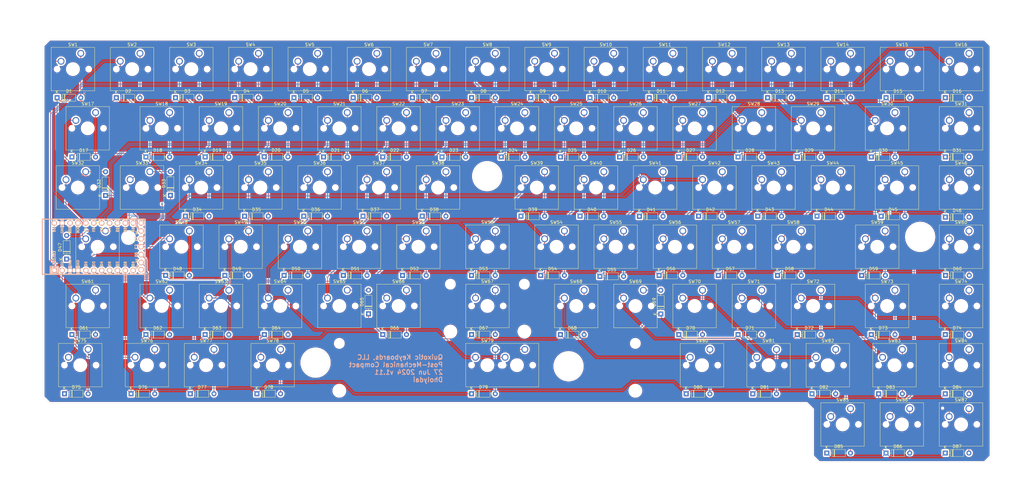
<source format=kicad_pcb>
(kicad_pcb (version 20240108) (generator "pcbnew") (generator_version "8.0")
  (title_block (title "Post-Mech Compact w/Stagger 6U") (date "2024-04-09") (rev "1.1") (company "Quixotic Keyboards, LLC"))
  (layers (0 "F.Cu" signal) (31 "B.Cu" signal) (34 "B.Paste" user) (35 "F.Paste" user) (36 "B.SilkS" user "B.Silkscreen") (37 "F.SilkS" user "F.Silkscreen") (38 "B.Mask" user) (39 "F.Mask" user) (44 "Edge.Cuts" user))
  (net 0 "")
  (net 1 "Net-(D1-A)")
  (net 2 "Row0")
  (net 3 "Net-(D2-A)")
  (net 4 "Net-(D3-A)")
  (net 5 "Net-(D4-A)")
  (net 6 "Net-(D5-A)")
  (net 7 "Net-(D6-A)")
  (net 8 "Net-(D7-A)")
  (net 9 "Net-(D8-A)")
  (net 10 "Net-(D9-A)")
  (net 11 "Net-(D10-A)")
  (net 12 "Net-(D11-A)")
  (net 13 "Net-(D12-A)")
  (net 14 "Net-(D13-A)")
  (net 15 "Net-(D14-A)")
  (net 16 "Net-(D15-A)")
  (net 17 "Net-(D16-A)")
  (net 18 "Net-(D17-A)")
  (net 19 "Row1")
  (net 20 "Net-(D18-A)")
  (net 21 "Net-(D19-A)")
  (net 22 "Net-(D20-A)")
  (net 23 "Net-(D21-A)")
  (net 24 "Net-(D22-A)")
  (net 25 "Net-(D23-A)")
  (net 26 "Row5")
  (net 27 "Net-(D24-A)")
  (net 28 "Net-(D25-A)")
  (net 29 "Net-(D26-A)")
  (net 30 "Net-(D27-A)")
  (net 31 "Net-(D28-A)")
  (net 32 "Net-(D29-A)")
  (net 33 "Net-(D30-A)")
  (net 34 "Net-(D31-A)")
  (net 35 "Net-(D32-A)")
  (net 36 "Net-(D33-A)")
  (net 37 "Row2")
  (net 38 "Net-(D34-A)")
  (net 39 "Net-(D35-A)")
  (net 40 "Net-(D36-A)")
  (net 41 "Net-(D37-A)")
  (net 42 "Net-(D38-A)")
  (net 43 "Net-(D39-A)")
  (net 44 "Net-(D40-A)")
  (net 45 "Net-(D41-A)")
  (net 46 "Net-(D42-A)")
  (net 47 "Net-(D43-A)")
  (net 48 "Net-(D44-A)")
  (net 49 "Net-(D45-A)")
  (net 50 "Net-(D46-A)")
  (net 51 "Net-(D51-A)")
  (net 52 "Row3")
  (net 53 "Net-(D52-A)")
  (net 54 "Net-(D53-A)")
  (net 55 "Net-(D54-A)")
  (net 56 "Net-(D55-A)")
  (net 57 "Net-(D56-A)")
  (net 58 "Net-(D57-A)")
  (net 59 "Net-(D58-A)")
  (net 60 "Net-(D59-A)")
  (net 61 "Net-(D60-A)")
  (net 62 "Net-(D61-A)")
  (net 63 "Net-(D62-A)")
  (net 64 "Net-(D63-A)")
  (net 65 "Net-(D64-A)")
  (net 66 "Net-(D65-A)")
  (net 67 "Net-(D66-A)")
  (net 68 "Net-(D67-A)")
  (net 69 "Row4")
  (net 70 "Net-(D68-A)")
  (net 71 "Net-(D69-A)")
  (net 72 "Net-(D70-A)")
  (net 73 "Net-(D71-A)")
  (net 74 "Net-(D72-A)")
  (net 75 "Net-(D73-A)")
  (net 76 "Net-(D74-A)")
  (net 77 "Net-(D75-A)")
  (net 78 "Net-(D76-A)")
  (net 79 "Net-(D77-A)")
  (net 80 "Net-(D78-A)")
  (net 81 "Net-(D79-A)")
  (net 82 "Net-(D80-A)")
  (net 83 "Net-(D81-A)")
  (net 84 "Net-(D82-A)")
  (net 85 "Net-(D83-A)")
  (net 86 "Net-(D84-A)")
  (net 87 "Net-(D85-A)")
  (net 88 "Net-(D86-A)")
  (net 89 "Net-(D87-A)")
  (net 90 "Col0")
  (net 91 "Col1")
  (net 92 "Col2")
  (net 93 "Col3")
  (net 94 "Col4")
  (net 95 "Col5")
  (net 96 "Col6")
  (net 97 "Col7")
  (net 98 "Col8")
  (net 99 "Col9")
  (net 100 "Col10")
  (net 101 "Col11")
  (net 102 "Col12")
  (net 103 "Col13")
  (net 104 "Col14")
  (net 105 "Col15")
  (net 106 "GND")
  (net 109 "+5V")
  (net 111 "Net-(D47-A)")
  (net 112 "Net-(D48-A)")
  (net 113 "Net-(D49-A)")
  (net 114 "Net-(D50-A)")
  (footprint "Button_Switch_Keyboard:SW_Cherry_MX_1.00u_PCB" (layer "F.Cu") (at 98.685 108.5775)
    (property "Reference" "SW33")
    (property "Value" "SW_Push")
  )
  (footprint "Diode_THT:D_DO-35_SOD27_P7.62mm_Horizontal" (layer "F.Cu") (at 87.895 84.7675)
    (property "Reference" "D2")
    (property "Value" "1N4148")
  )
  (footprint "Diode_THT:D_DO-35_SOD27_P7.62mm_Horizontal" (layer "F.Cu") (at 240.295 84.7675)
    (property "Reference" "D10")
    (property "Value" "1N4148")
  )
  (footprint "Diode_THT:D_DO-35_SOD27_P7.62mm_Horizontal" (layer "F.Cu") (at 135.52 160.965)
    (property "Reference" "D64")
    (property "Value" "1N4148")
  )
  (footprint "Button_Switch_Keyboard:SW_Cherry_MX_1.00u_PCB" (layer "F.Cu") (at 155.835 108.5775)
    (property "Reference" "SW36")
    (property "Value" "SW_Push")
  )
  (footprint "Dholydai_MX:SW_Cherry_MX_1.3333u_PCB" (layer "F.Cu") (at 209.825 127.6275)
    (property "Reference" "SW53")
    (property "Value" "SW_Push")
  )
  (footprint "Diode_THT:D_DO-35_SOD27_P7.62mm_Horizontal" (layer "F.Cu") (at 145.045 84.7675)
    (property "Reference" "D5")
    (property "Value" "1N4148")
  )
  (footprint "Button_Switch_Keyboard:SW_Cherry_MX_1.00u_PCB" (layer "F.Cu") (at 301.895 108.5775)
    (property "Reference" "SW43")
    (property "Value" "SW_Push")
  )
  (footprint "Diode_THT:D_DO-35_SOD27_P7.62mm_Horizontal" (layer "F.Cu") (at 71.915 136.6875 90)
    (property "Reference" "D47")
    (property "Value" "1N4148")
  )
  (footprint "Diode_THT:D_DO-35_SOD27_P7.62mm_Horizontal" (layer "F.Cu") (at 105.30375 116.16625 90)
    (property "Reference" "D33")
    (property "Value" "1N4148")
  )
  (footprint "Diode_THT:D_DO-35_SOD27_P7.62mm_Horizontal" (layer "F.Cu") (at 256.175 122.90875)
    (property "Reference" "D41")
    (property "Value" "1N4148")
  )
  (footprint "Button_Switch_Keyboard:SW_Cherry_MX_1.00u_PCB" (layer "F.Cu") (at 238.395 89.5275)
    (property "Reference" "SW25")
    (property "Value" "SW_Push")
  )
  (footprint "Diode_THT:D_DO-35_SOD27_P7.62mm_Horizontal" (layer "F.Cu") (at 306.975 103.815)
    (property "Reference" "D29")
    (property "Value" "1N4148")
  )
  (footprint "Diode_THT:D_DO-35_SOD27_P7.62mm_Horizontal" (layer "F.Cu") (at 68.845 84.7675)
    (property "Reference" "D1")
    (property "Value" "1N4148")
  )
  (footprint "Keebio_Parts:Elite-C" (layer "F.Cu") (at 81.91 132.7011)
    (property "Reference" "U1" (hide yes))
    (property "Value" "Elite-C" (hide yes))
  )
  (footprint "Diode_THT:D_DO-35_SOD27_P7.62mm_Horizontal" (layer "F.Cu") (at 122.825 141.915)
    (property "Reference" "D49")
    (property "Value" "1N4148")
  )
  (footprint "Diode_THT:D_DO-35_SOD27_P7.62mm_Horizontal" (layer "F.Cu") (at 300.625 141.915)
    (property "Reference" "D58")
    (property "Value" "1N4148")
  )
  (footprint "Diode_THT:D_DO-35_SOD27_P7.62mm_Horizontal" (layer "F.Cu") (at 354.57875 180.025)
    (property "Reference" "D84")
    (property "Value" "1N4148")
  )
  (footprint "Diode_THT:D_DO-35_SOD27_P7.62mm_Horizontal" (layer "F.Cu") (at 202.195 84.7675)
    (property "Reference" "D8")
    (property "Value" "1N4148")
  )
  (footprint "Button_Switch_Keyboard:SW_Cherry_MX_1.00u_PCB" (layer "F.Cu") (at 136.785 108.5775)
    (property "Reference" "SW35")
    (property "Value" "SW_Push")
  )
  (footprint "Button_Switch_Keyboard:SW_Cherry_MX_1.00u_PCB" (layer "F.Cu") (at 181.245 89.5275)
    (property "Reference" "SW22")
    (property "Value" "SW_Push")
  )
  (footprint "Diode_THT:D_DO-35_SOD27_P7.62mm_Horizontal" (layer "F.Cu") (at 167.265 122.865)
    (property "Reference" "D37")
    (property "Value" "1N4148")
  )
  (footprint "Diode_THT:D_DO-35_SOD27_P7.62mm_Horizontal" (layer "F.Cu") (at 202.195 160.965)
    (property "Reference" "D67")
    (property "Value" "1N4148")
  )
  (footprint "Button_Switch_Keyboard:SW_Cherry_MX_1.00u_PCB" (layer "F.Cu") (at 162.195 89.5275)
    (property "Reference" "SW21")
    (property "Value" "SW_Push")
  )
  (footprint "Diode_THT:D_DO-35_SOD27_P7.62mm_Horizontal" (layer "F.Cu") (at 221.245 84.7675)
    (property "Reference" "D9")
    (property "Value" "1N4148")
  )
  (footprint "Diode_THT:D_DO-35_SOD27_P7.62mm_Horizontal" (layer "F.Cu") (at 111.695 180.01)
    (property "Reference" "D77")
    (property "Value" "1N4148")
  )
  (footprint "Diode_THT:D_DO-35_SOD27_P7.62mm_Horizontal" (layer "F.Cu") (at 354.665 141.9175)
    (property "Reference" "D60")
    (property "Value" "1N4148")
  )
  (footprint "Diode_THT:D_DO-35_SOD27_P7.62mm_Horizontal" (layer "F.Cu") (at 262.525 141.915)
    (property "Reference" "D56")
    (property "Value" "1N4148")
  )
  (footprint "Button_Switch_Keyboard:SW_Cherry_MX_1.00u_PCB" (layer "F.Cu") (at 300.28625 165.7375)
    (property "Reference" "SW81")
    (property "Value" "SW_Push")
  )
  (footprint "Button_Switch_Keyboard:SW_Cherry_MX_1.00u_PCB" (layer "F.Cu") (at 343.145 184.7875)
    (property "Reference" "SW86")
    (property "Value" "SW_Push")
  )
  (footprint "Button_Switch_Keyboard:SW_Cherry_MX_1.00u_PCB" (layer "F.Cu") (at 324.115 70.48)
    (property "Reference" "SW14")
    (property "Value" "SW_Push")
  )
  (footprint "Button_Switch_Keyboard:SW_Cherry_MX_1.00u_PCB" (layer "F.Cu") (at 270.145 127.6275)
    (property "Reference" "SW56")
    (property "Value" "SW_Push")
  )
  (footprint "Button_Switch_Keyboard:SW_Cherry_MX_1.00u_PCB" (layer "F.Cu") (at 219.345 89.5275)
    (property "Reference" "SW24")
    (property "Value" "SW_Push")
  )
  (footprint "Diode_THT:D_DO-35_SOD27_P7.62mm_Horizontal" (layer "F.Cu") (at 106.945 84.7675)
    (property "Reference" "D3")
    (property "Value" "1N4148")
  )
  (footprint "Diode_THT:D_DO-35_SOD27_P7.62mm_Horizontal" (layer "F.Cu") (at 275.225 122.865)
    (property "Reference" "D42")
    (property "Value" "1N4148")
  )
  (footprint "Diode_THT:D_DO-35_SOD27_P7.62mm_Horizontal" (layer "F.Cu") (at 97.42 160.965)
    (property "Reference" "D62")
    (property "Value" "1N4148")
  )
  (footprint "Diode_THT:D_DO-35_SOD27_P7.62mm_Horizontal" (layer "F.Cu") (at 179.975 141.915)
    (property "Reference" "D52")
    (property "Value" "1N4148")
  )
  (footprint "Diode_THT:D_DO-35_SOD27_P7.62mm_Horizontal" (layer "F.Cu") (at 135.475 103.7675)
    (property "Reference" "D20")
    (property "Value" "1N4148")
  )
  (footprint "Button_Switch_Keyboard:SW_Cherry_MX_1.00u_PCB" (layer "F.Cu") (at 152.665 70.48)
    (property "Reference" "SW5")
    (property "Value" "SW_Push")
  )
  (footprint "Button_Switch_Keyboard:SW_Cherry_MX_1.00u_PCB" (layer "F.Cu") (at 314.595 89.5275)
    (property "Reference" "SW29")
    (property "Value" "SW_Push")
  )
  (footprint "Button_Switch_Keyboard:SW_Cherry_MX_1.00u_PCB" (layer "F.Cu") (at 343.165 70.48)
    (property "Reference" "SW15")
    (property "Value" "SW_Push")
  )
  (footprint "Button_Switch_Keyboard:SW_Cherry_MX_1.00u_PCB" (layer "F.Cu") (at 276.495 89.5275)
    (property "Reference" "SW27")
    (property "Value" "SW_Push")
  )
  (footprint "Button_Switch_Keyboard:SW_Cherry_MX_1.00u_PCB" (layer "F.Cu") (at 251.095 127.6275)
    (property "Reference" "SW55")
    (property "Value" "SW_Push")
  )
  (footprint "Diode_THT:D_DO-35_SOD27_P7.62mm_Horizontal" (layer "F.Cu") (at 354.605 123.1825)
    (property "Reference" "D46")
    (property "Value" "1N4148")
  )
  (footprint "Button_Switch_Keyboard:SW_Cherry_MX_1.00u_PCB" (layer "F.Cu") (at 124.09 146.6775)
    (property "Reference" "SW63")
    (property "Value" "SW_Push")
  )
  (footprint "Button_Switch_Keyboard:SW_Cherry_MX_1.00u_PCB" (layer "F.Cu") (at 286.015 70.48)
    (property "Reference" "SW12")
    (property "Value" "SW_Push")
  )
  (footprint "Button_Switch_Keyboard:SW_Cherry_MX_1.00u_PCB" (layer "F.Cu") (at 117.735 108.5775)
    (property "Reference" "SW34")
    (property "Value" "SW_Push")
  )
  (footprint "Button_Switch_Keyboard:SW_Cherry_MX_1.00u_PCB" (layer "F.Cu") (at 295.54 146.69)
    (property "Reference" "SW71")
    (property "Value" "SW_Push")
  )
  (footprint "Button_Switch_Keyboard:SW_Cherry_MX_1.00u_PCB" (layer "F.Cu") (at 168.545 127.6275)
    (property "Reference" "SW51")
    (property "Value" "SW_Push")
  )
  (footprint "Button_Switch_Keyboard:SW_Cherry_MX_1.00u_PCB" (layer "F.Cu") (at 295.545 89.5275)
    (property "Reference" "SW28")
    (property "Value" "SW_Push")
  )
  (footprint "Button_Switch_Keyboard:SW_Cherry_MX_1.00u_PCB" (layer "F.Cu") (at 362.19875 165.7375)
    (property "Reference" "SW84")
    (property "Value" "SW_Push")
  )
  (footprint "Button_Switch_Keyboard:SW_Cherry_MX_1.00u_PCB" (layer "F.Cu") (at 308.245 127.6275)
    (property "Reference" "SW58")
    (property "Value" "SW_Push")
  )
  (footprint "Diode_THT:D_DO-35_SOD27_P7.62mm_Horizontal" (layer "F.Cu") (at 164.095 84.7675)
    (property "Reference" "D6")
    (property "Value" "1N4148")
  )
  (footprint "Diode_THT:D_DO-35_SOD27_P7.62mm_Horizontal" (layer "F.Cu") (at 287.925 103.815)
    (property "Reference" "D28")
    (property "Value" "1N4148")
  )
  (footprint "Button_Switch_Keyboard:SW_Cherry_MX_1.00u_PCB" (layer "F.Cu") (at 362.22 89.5275)
    (property "Reference" "SW31")
    (property "Value" "SW_Push")
  )
  (footprint "Button_Switch_Keyboard:SW_Cherry_MX_1.00u_PCB" (layer "F.Cu") (at 143.145 89.5275)
    (property "Reference" "SW20")
    (property "Value" "SW_Push")
  )
  (footprint "Button_Switch_Keyboard:SW_Cherry_MX_1.00u_PCB" (layer "F.Cu") (at 362.215 146.69)
    (property "Reference" "SW74")
    (property "Value" "SW_Push")
  )
  (footprint "Button_Switch_Keyboard:SW_Cherry_MX_1.00u_PCB" (layer "F.Cu") (at 225.695 108.5775)
    (property "Reference" "SW39")
    (property "Value" "SW_Push")
  )
  (footprint "Button_Switch_Keyboard:SW_Cherry_MX_1.00u_PCB" (layer "F.Cu") (at 130.445 127.6275)
    (property "Reference" "SW49")
    (property "Value" "SW_Push")
  )
  (footprint "Dholydai_MX:SW_Cherry_MX_6.00u_PCB_Stagger" (layer "F.Cu") (at 209.805 165.7275)
    (property "Reference" "SW79")
    (property "Value" "SW_Push")
  )
  (footprint "Diode_THT:D_DO-35_SOD27_P7.62mm_Horizontal" (layer "F.Cu") (at 186.315 122.865)
    (property "Reference" "D38")
    (property "Value" "1N4148")
  )
  (footprint "Diode_THT:D_DO-35_SOD27_P7.62mm_Horizontal" (layer "F.Cu") (at 129.165 122.865)
    (property "Reference" "D35")
    (property "Value" "1N4148")
  )
  (footprint "Button_Switch_Keyboard:SW_Cherry_MX_1.00u_PCB" (layer "F.Cu") (at 95.515 70.48)
    (property "Reference" "SW2")
    (property "Value" "SW_Push")
  )
  (footprint "Diode_THT:D_DO-35_SOD27_P7.62mm_Horizontal" (layer "F.Cu") (at 103.775 141.915)
    (property "Reference" "D48")
    (property "Value" "1N4148")
  )
  (footprint "Button_Switch_Keyboard:SW_Cherry_MX_1.00u_PCB" (layer "F.Cu") (at 119.315 165.7225)
    (property "Reference" "SW77")
    (property "Value" "SW_Push")
  )
  (footprint "Button_Switch_Keyboard:SW_Cherry_MX_1.00u_PCB" (layer "F.Cu") (at 124.095 89.5275)
    (property "Reference" "SW19")
    (property "Value" "SW_Push")
  )
  (footprint "Diode_THT:D_DO-35_SOD27_P7.62mm_Horizontal" (layer "F.Cu") (at 268.87 160.9775)
    (property "Reference" "D70")
    (property "Value" "1N4148")
  )
  (footprint "Diode_THT:D_DO-35_SOD27_P7.62mm_Horizontal" (layer "F.Cu") (at 311.71625 180.025)
    (property "Reference" "D82")
    (property "Value" "1N4148")
  )
  (footprint "Diode_THT:D_DO-35_SOD27_P7.62mm_Horizontal" (layer "F.Cu") (at 292.66625 180.025)
    (property "Reference" "D81")
    (property "Value" "1N4148")
  )
  (footprint "Diode_THT:D_DO-35_SOD27_P7.62mm_Horizontal" (layer "F.Cu") (at 316.475 199.075)
    (property "Reference" "D85")
    (property "Value" "1N4148")
  )
  (footprint "Diode_THT:D_DO-35_SOD27_P7.62mm_Horizontal" (layer "F.Cu") (at 183.145 84.7675)
    (property "Reference" "D7")
    (property "Value" "1N4148")
  )
  (footprint "Diode_THT:D_DO-35_SOD27_P7.62mm_Horizontal" (layer "F.Cu") (at 333.1475 180.025)
    (property "Reference" "D83")
    (property "Value" "1N4148")
  )
  (footprint "Diode_THT:D_DO-35_SOD27_P7.62mm_Horizontal" (layer "F.Cu") (at 297.445 84.7675)
    (property "Reference" "D13")
    (property "Value" "1N4148")
  )
  (footprint "Diode_THT:D_DO-35_SOD27_P7.62mm_Horizontal" (layer "F.Cu") (at 243.475 142.2325)
    (property "Reference" "D55")
    (property "Value" "1N4148")
  )
  (footprint "Diode_THT:D_DO-35_SOD27_P7.62mm_Horizontal" (layer "F.Cu") (at 313.325 122.865)
    (property "Reference" "D44")
    (property "Value" "1N4148")
  )
  (footprint "Button_Switch_Keyboard:SW_Cherry_MX_1.00u_PCB" (layer "F.Cu") (at 362.215 127.6375)
    (property "Reference" "SW60")
    (property "Value" "SW_Push")
  )
  (footprint "Diode_THT:D_DO-35_SOD27_P7.62mm_Horizontal" (layer "F.Cu") (at 354.6 103.815)
    (property "Reference" "D31")
    (property "Value" "1N4148")
  )
  (footprint "Diode_THT:D_DO-35_SOD27_P7.62mm_Horizontal" (layer "F.Cu") (at 237.095 122.8575)
    (property "Reference" "D40")
    (property "Value" "1N4148")
  )
  (footprint "Button_Switch_Keyboard:SW_Cherry_MX_1.00u_PCB" (layer "F.Cu") (at 232.045 127.6275)
    (property "Reference" "SW54")
    (property "Value" "SW_Push")
  )
  (footprint "Diode_THT:D_DO-35_SOD27_P7.62mm_Horizontal" (layer "F.Cu") (at 73.6075 160.965)
    (property "Reference" "D61")
    (property "Value" "1N4148")
  )
  (footprint "Button_Switch_Keyboard:SW_Cherry_MX_1.00u_PCB" (layer "F.Cu") (at 76.465 70.48)
    (property "Reference" "SW1")
    (property "Value" "SW_Push")
  )
  (footprint "Button_Switch_Keyboard:SW_Cherry_MX_1.00u_PCB" (layer "F.Cu") (at 190.765 70.48)
    (property "Reference" "SW7")
    (property "Value" "SW_Push")
  )
  (footprint "Diode_THT:D_DO-35_SOD27_P7.62mm_Horizontal" (layer "F.Cu") (at 116.475 103.815)
    (property "Reference" "D19")
    (property "Value" "1N4148")
  )
  (footprint "Diode_THT:D_DO-35_SOD27_P7.62mm_Horizontal" (layer "F.Cu") (at 316.495 84.7675)
    (property "Reference" "D14")
    (property "Value" "1N4148")
  )
  (footprint "Button_Switch_Keyboard:SW_Cherry_MX_1.00u_PCB" (layer "F.Cu") (at 162.19 146.6775)
    (property "Reference" "SW65")
    (property "Value" "SW_Push")
  )
  (footprint "Diode_THT:D_DO-35_SOD27_P7.62mm_Horizontal" (layer "F.Cu") (at 173.625 103.815)
    (property "Reference" "D22")
    (property "Value" "1N4148")
  )
  (footprint "Button_Switch_Keyboard:SW_Cherry_MX_1.00u_PCB" (layer "F.Cu") (at 247.915 70.48)
    (property "Reference" "SW10")
    (property "Value" "SW_Push")
  )
  (footprint "Button_Switch_Keyboard:SW_Cherry_MX_1.00u_PCB" (layer "F.Cu") (at 209.815 70.48)
    (property "Reference" "SW8")
    (property "Value" "SW_Push")
  )
  (footprint "Button_Switch_Keyboard:SW_Cherry_MX_1.25u_PCB" (layer "F.Cu") (at 78.83375 165.7225)
    (property "Reference" "SW75")
    (property "Value" "SW_Push")
  )
  (footprint "Diode_THT:D_DO-35_SOD27_P7.62mm_Horizontal" (layer "F.Cu") (at 268.875 103.815)
    (property "Reference" "D27")
    (property "Value" "1N4148")
  )
  (footprint "Button_Switch_Keyboard:SW_Cherry_MX_1.00u_PCB" (layer "F.Cu") (at 263.795 108.5775)
    (property "Reference" "SW41")
    (property "Value" "SW_Push")
  )
  (footprint "Button_Switch_Keyboard:SW_Cherry_MX_1.25u_PCB" (layer "F.Cu") (at 140.74625 165.7225)
    (property "Reference" "SW78")
    (property "Value" "SW_Push")
  )
  (footprint "Diode_THT:D_DO-35_SOD27_P7.62mm_Horizontal" (layer "F.Cu") (at 133.12625 180.01)
    (property "Reference" "D78")
    (property "Value" "1N4148")
  )
  (footprint "Button_Switch_Keyboard:SW_Cherry_MX_1.00u_PCB" (layer "F.Cu") (at 282.845 108.5775)
    (property "Reference" "SW42")
    (property "Value" "SW_Push")
  )
  (footprint "Button_Switch_Keyboard:SW_Cherry_MX_1.00u_PCB" (layer "F.Cu") (at 228.865 70.48)
    (property "Reference" "SW9")
    (property "Value" "SW_Push")
  )
  (footprint "Button_Switch_Keyboard:SW_Cherry_MX_1.00u_PCB" (layer "F.Cu") (at 105.04 146.6775)
    (property "Reference" "SW62")
    (property "Value" "SW_Push")
  )
  (footprint "Button_Switch_Keyboard:SW_Cherry_MX_1.00u_PCB" (layer "F.Cu") (at 244.745 108.5775)
    (property "Reference" "SW40")
    (property "Value" "SW_Push")
  )
  (footprint "Button_Switch_Keyboard:SW_Cherry_MX_1.00u_PCB" (layer "F.Cu") (at 200.295 89.5275)
    (property "Reference" "SW23")
    (property "Value" "SW_Push")
  )
  (footprint "Button_Switch_Keyboard:SW_Cherry_MX_1.00u_PCB" (layer "F.Cu") (at 266.965 70.48)
    (property "Reference" "SW11")
    (property "Value" "SW_Push")
  )
  (footprint "Diode_THT:D_DO-35_SOD27_P7.62mm_Horizontal" (layer "F.Cu") (at 333.965 122.875)
    (property "Reference" "D45")
    (property "Value" "1N4148")
  )
  (footprint "Button_Switch_Keyboard:SW_Cherry_MX_1.25u_PCB" (layer "F.Cu") (at 340.7675 165.7375)
    (property "Reference" "SW83")
    (property "Value" "SW_Push")
  )
  (footprint "Diode_THT:D_DO-35_SOD27_P7.62mm_Horizontal" (layer "F.Cu") (at 116.47 160.965)
    (property "Reference" "D63")
    (property "Value" "1N4148")
  )
  (footprint "Diode_THT:D_DO-35_SOD27_P7.62mm_Horizontal" (layer "F.Cu") (at 169.025 154.2875 90)
    (property "Reference" "D65")
    (property "Value" "1N4148")
  )
  (footprint "Diode_THT:D_DO-35_SOD27_P7.62mm_Horizontal" (layer "F.Cu") (at 160.925 141.915)
    (property "Reference" "D51")
    (property "Value" "1N4148")
  )
  (footprint "Button_Switch_Keyboard:SW_Cherry_MX_1.00u_PCB" (layer "F.Cu") (at 276.49 146.69)
    (property "Reference" "SW70")
    (property "Value" "SW_Push")
  )
  (footprint "Button_Switch_Keyboard:SW_Cherry_MX_1.50u_PCB" (layer "F.Cu") (at 81.2275 146.6775)
    (property "Reference" "SW61")
    (property "Value" "SW_Push")
  )
  (footprint "Button_Switch_Keyboard:SW_Cherry_MX_1.00u_PCB" (layer "F.Cu") (at 362.215 70.48)
    (property "Reference" "SW16")
    (property "Value" "SW_Push")
  )
  (footprint "Diode_THT:D_DO-35_SOD27_P7.62mm_Horizontal" (layer "F.Cu") (at 125.995 84.7675)
    (property "Reference" "D4")
    (property "Value" "1N4148")
  )
  (footprint "Button_Switch_Keyboard:SW_Cherry_MX_1.00u_PCB" (layer "F.Cu") (at 171.715 70.48)
    (property "Reference" "SW6")
    (property "Value" "SW_Push")
  )
  (footprint "Button_Switch_Keyboard:SW_Cherry_MX_1.00u_PCB" (layer "F.Cu") (at 111.395 127.6275)
    (property "Reference" "SW48")
    (property "Value" "SW_Push")
  )
  (footprint "Button_Switch_Keyboard:SW_Cherry_MX_1.00u_PCB" (layer "F.Cu") (at 324.095 184.7875)
    (property "Reference" "SW85")
    (property "Value" "SW_Push")
  )
  (footprint "Diode_THT:D_DO-35_SOD27_P7.62mm_Horizontal" (layer "F.Cu") (at 92.645 180.01)
    (property "Reference" "D76")
    (property "Value" "1N4148")
  )
  (footprint "Diode_THT:D_DO-35_SOD27_P7.62mm_Horizontal" (layer "F.Cu") (at 230.77 160.9775)
    (property "Reference" "D68")
    (property "Value" "1N4148")
  )
  (footprint "Button_Switch_Keyboard:SW_Cherry_MX_1.50u_PCB" (layer "F.Cu") (at 81.2325 89.5275)
    (property "Reference" "SW17")
    (property "Value" "SW_Push")
  )
  (footprint "Dholydai_MX:SW_Cherry_MX_1.8333u_PCB" (layer "F.Cu") (at 335.235 127.6275)
    (property "Reference" "SW59")
    (property "Value" "SW_Push")
  )
  (footprint "Diode_THT:D_DO-35_SOD27_P7.62mm_Horizontal" (layer "F.Cu") (at 154.575 103.815)
    (property "Reference" "D21")
    (property "Value" "1N4148")
  )
  (footprint "Diode_THT:D_DO-35_SOD27_P7.62mm_Horizontal" (layer "F.Cu") (at 173.62 160.965)
    (property "Reference" "D66")
    (property "Value" "1N4148")
  )
  (footprint "Diode_THT:D_DO-35_SOD27_P7.62mm_Horizontal" (layer "F.Cu") (at 354.575 199.075)
    (property "Reference" "D87")
    (property "Value" "1N4148")
  )
  (footprint "Diode_THT:D_DO-35_SOD27_P7.62mm_Horizontal" (layer "F.Cu") (at 354.595 84.7675)
    (property "Reference" "D16")
    (property "Value" "1N4148")
  )
  (footprint "Diode_THT:D_DO-35_SOD27_P7.62mm_Horizontal" (layer "F.Cu") (at 202.165 141.9175)
    (property "Reference" "D53")
    (property "Value" "1N4148")
  )
  (footprint "Diode_THT:D_DO-35_SOD27_P7.62mm_Horizontal" (layer "F.Cu") (at 211.725 103.815)
    (property "Reference" "D24")
    (property "Value" "1N4148")
  )
  (footprint "Diode_THT:D_DO-35_SOD27_P7.62mm_Horizontal" (layer "F.Cu") (at 271.235 180.025)
    (property "Reference" "D80")
    (property "Value" "1N4148")
  )
  (footprint "Diode_THT:D_DO-35_SOD27_P7.62mm_Horizontal" (layer "F.Cu") (at 294.275 122.865)
    (property "Reference" "D43")
    (property "Value" "1N4148")
  )
  (footprint "Button_Switch_Keyboard:SW_Cherry_MX_1.00u_PCB" (layer "F.Cu") (at 257.44 146.69)
    (property "Reference" "SW69")
    (property "Value" "SW_Push")
  )
  (footprint "Dholydai_MX:SW_Cherry_MX_1.8333u_PCB" (layer "F.Cu") (at 84.405 127.6275)
    (property "Reference" "SW47")
    (property "Value" "SW_Push")
  )
  (footprint "Diode_THT:D_DO-35_SOD27_P7.62mm_Horizontal" (layer "F.Cu") (at 287.92 160.9775)
    (property "Reference" "D71")
    (property "Value" "1N4148")
  )
  (footprint "Diode_THT:D_DO-35_SOD27_P7.62mm_Horizontal" (layer "F.Cu") (at 110.115 122.865)
    (property "Reference" "D34")
    (property "Value" "1N4148")
  )
  (footprint "Button_Switch_Keyboard:SW_Cherry_MX_1.00u_PCB" (layer "F.Cu") (at 257.445 89.5275)
    (property "Reference" "SW26")
    (property "Value" "SW_Push")
  )
  (footprint "Diode_THT:D_DO-35_SOD27_P7.62mm_Horizontal" (layer "F.Cu") (at 97.425 103.815)
    (property "Reference" "D18")
    (property "Value" "1N4148")
  )
  (footprint "Button_Switch_Keyboard:SW_Cherry_MX_1.00u_PCB" (layer "F.Cu") (at 314.59 146.69)
    (property "Reference" "SW72")
    (property "Value" "SW_Push")
  )
  (footprint "Button_Switch_Keyboard:SW_Cherry_MX_1.50u_PCB" (layer "F.Cu") (at 338.4075 89.5275)
    (property "Reference" "SW30")
    (property "Value" "SW_Push")
  )
  (footprint "Button_Switch_Keyboard:SW_Cherry_MX_1.00u_PCB" (layer "F.Cu") (at 320.945 108.5775)
    (property "Reference" "SW44")
    (property "Value" "SW_Push")
  )
  (footprint "Diode_THT:D_DO-35_SOD27_P7.62mm_Horizontal" (layer "F.Cu") (at 330.7875 103.815)
    (property "Reference" "D30")
    (property "Value" "1N4148")
  )
  (footprint "Diode_THT:D_DO-35_SOD27_P7.62mm_Horizontal" (layer "F.Cu") (at 84.44375 116.21625 90)
    (property "Reference" "D32")
    (property "Value" "1N4148")
  )
  (footprint "Button_Switch_Keyboard:SW_Cherry_MX_1.00u_PCB" (layer "F.Cu") (at 362.225 108.5775)
    (property "Reference" "SW46")
    (property "Value" "SW_Push")
  )
  (footprint "Diode_THT:D_DO-35_SOD27_P7.62mm_Horizontal" (layer "F.Cu") (at 192.675 103.815)
    (property "Reference" "D23")
    (property "Value" "1N4148")
  )
  (footprint "Diode_THT:D_DO-35_SOD27_P7.62mm_Horizontal" (layer "F.Cu") (at 259.345 84.7675)
    (property "Reference" "D11")
    (property "Value" "1N4148")
  )
  (footprint "Dholydai_MX:SW_Cherry_MX_1.1666u_PCB" (layer "F.Cu") (at 341.575 108.5775)
    (property "Reference" "SW45")
    (property "Value" "SW_Push")
  )
  (footprint "Diode_THT:D_DO-35_SOD27_P7.62mm_Horizontal" (layer "F.Cu") (at 330.7825 160.9775)
    (property "Reference" "D73")
    (property "Value" "1N4148")
  )
  (footprint "Button_Switch_Keyboard:SW_Cherry_MX_1.00u_PCB" (layer "F.Cu") (at 133.615 70.48)
    (property "Reference" "SW4")
    (property "Value" "SW_Push")
  )
  (footprint "Button_Switch_Keyboard:SW_Cherry_MX_1.00u_PCB" (layer "F.Cu") (at 143.14 146.6775)
    (property "Reference" "SW64")
    (property "Value" "SW_Push")
  )
  (footprint "Button_Switch_Keyboard:SW_Cherry_MX_1.00u_PCB" (layer "F.Cu") (at 193.935 108.5775)
    (property "Reference" "SW38")
    (property "Value" "SW_Push")
  )
  (footprint "Diode_THT:D_DO-35_SOD27_P7.62mm_Horizontal" (layer "F.Cu") (at 224.425 141.915)
    (property "Reference" "D54")
    (property "Value" "1N4148")
  )
  (footprint "Diode_THT:D_DO-35_SOD27_P7.62mm_Horizontal" (layer "F.Cu") (at 249.825 103.815)
    (property "Reference" "D26")
    (property "Value" "1N4148")
  )
  (footprint "Button_Switch_Keyboard:SW_Cherry_MX_1.00u_PCB" (layer "F.Cu") (at 100.265 165.7225)
    (property "Reference" "SW76")
    (property "Value" "SW_Push")
  )
  (footprint "Diode_THT:D_DO-35_SOD27_P7.62mm_Horizontal" (layer "F.Cu") (at 141.875 141.915)
    (property "Reference" "D50")
    (property "Value" "1N4148")
  )
  (footprint "Button_Switch_Keyboard:SW_Cherry_MX_1.00u_PCB" (layer "F.Cu") (at 114.565 70.48)
    (property "Reference" "SW3")
    (property "Value" "SW_Push")
  )
  (footprint "Button_Switch_Keyboard:SW_Cherry_MX_1.50u_PCB" (layer "F.Cu") (at 338.4025 146.69)
    (property "Reference" "SW73")
    (property "Value" "SW_Push")
  )
  (footprint "Diode_THT:D_DO-35_SOD27_P7.62mm_Horizontal" (layer "F.Cu") (at 335.525 199.075)
    (property "Reference" "D86")
    (property "Value" "1N4148")
  )
  (footprint "Diode_THT:D_DO-35_SOD27_P7.62mm_Horizontal" (layer "F.Cu") (at 335.545 84.7675)
    (property "Reference" "D15")
    (property "Value" "1N4148")
  )
  (footprint "Button_Switch_Keyboard:SW_Cherry_MX_1.00u_PCB" (layer "F.Cu") (at 305.065 70.48)
    (property "Reference" "SW13")
    (property "Value" "SW_Push")
  )
  (footprint "Button_Switch_Keyboard:SW_Cherry_MX_1.00u_PCB" (layer "F.Cu") (at 319.33625 165.7375)
    (property "Reference" "SW82")
    (property "Value" "SW_Push")
  )
  (footprint "Diode_THT:D_DO-35_SOD27_P7.62mm_Horizontal" (layer "F.Cu") (at 202.185 180.015)
    (property "Reference" "D79")
    (property "Value" "1N4148")
  )
  (footprint "Diode_THT:D_DO-35_SOD27_P7.62mm_Horizontal" (layer "F.Cu") (at 148.215 122.865)
    (property "Reference" "D36")
    (property "Value" "1N4148")
  )
  (footprint "Diode_THT:D_DO-35_SOD27_P7.62mm_Horizontal" (layer "F.Cu") (at 230.775 103.815)
    (property "Reference" "D25")
    (property "Value" "1N4148")
  )
  (footprint "Diode_THT:D_DO-35_SOD27_P7.62mm_Horizontal" (layer "F.Cu") (at 73.6125 103.815)
    (property "Reference" "D17")
    (property "Value" "1N4148")
  )
  (footprint "Button_Switch_Keyboard:SW_Cherry_MX_1.00u_PCB" (layer "F.Cu") (at 105.045 89.5275)
    (property "Reference" "SW18")
    (property "Value" "SW_Push")
  )
  (footprint "Button_Switch_Keyboard:SW_Cherry_MX_2.00u_PCB" (layer "F.Cu") (at 209.815 146.6775)
    (property "Reference" "SW67")
    (property "Value" "SW_Push")
  )
  (footprint "Dholydai_MX:SW_Cherry_MX_1.1666u_PCB" (layer "F.Cu") (at 78.05375 108.5775)
    (property "Reference" "SW32")
    (property "Value" "SW_Push")
  )
  (footprint "Button_Switch_Keyboard:SW_Cherry_MX_1.25u_PCB" (layer "F.Cu") (at 278.855 165.7375)
    (property "Reference" "SW80")
    (property "Value" "SW_Push")
  )
  (footprint "Diode_THT:D_DO-35_SOD27_P7.62mm_Horizontal" (layer "F.Cu") (at 71.21375 180.01)
    (property "Reference" "D75")
    (property "Value" "1N4148")
  )
  (footprint "Diode_THT:D_DO-35_SOD27_P7.62mm_Horizontal" (layer "F.Cu") (at 281.575 141.915)
    (property "Reference" "D57")
    (property "Value" "1N4148")
  )
  (footprint "Diode_THT:D_DO-35_SOD27_P7.62mm_Horizontal" (layer "F.Cu") (at 218.075 122.865)
    (property "Reference" "D39")
    (property "Value" "1N4148")
  )
  (footprint "Button_Switch_Keyboard:SW_Cherry_MX_1.00u_PCB" (layer "F.Cu") (at 238.39 146.69)
    (property "Reference" "SW68")
    (property "Value" "SW_Push")
  )
  (footprint "Button_Switch_Keyboard:SW_Cherry_MX_1.00u_PCB" (layer "F.Cu") (at 362.195 184.7875)
    (property "Reference" "SW87")
    (property "Value" "SW_Push")
  )
  (footprint "Diode_THT:D_DO-35_SOD27_P7.62mm_Horizontal" (layer "F.Cu") (at 327.695 141.9275)
    (property "Reference" "D59")
    (property "Value" "1N4148")
  )
  (footprint "Button_Switch_Keyboard:SW_Cherry_MX_1.00u_PCB" (layer "F.Cu") (at 289.195 127.6275)
    (property "Reference" "SW57")
    (property "Value" "SW_Push")
  )
  (footprint "Diode_THT:D_DO-35_SOD27_P7.62mm_Horizontal" (layer "F.Cu") (at 278.395 84.7675)
    (property "Reference" "D12")
    (property "Value" "1N4148")
  )
  (footprint "Button_Switch_Keyboard:SW_Cherry_MX_1.00u_PCB" (layer "F.Cu") (at 187.595 127.6275)
    (property "Reference" "SW52")
    (property "Value" "SW_Push")
  )
  (footprint "Button_Switch_Keyboard:SW_Cherry_MX_1.00u_PCB" (layer "F.Cu") (at 181.24 146.6775)
    (property "Reference" "SW66")
    (property "Value" "SW_Push")
  )
  (footprint "Button_Switch_Keyboard:SW_Cherry_MX_1.00u_PCB" (layer "F.Cu") (at 149.495 127.6275)
    (property "Reference" "SW50")
    (property "Value" "SW_Push")
  )
  (footprint "Diode_THT:D_DO-35_SOD27_P7.62mm_Horizontal" (layer "F.Cu") (at 263.065 154.3275 90)
    (property "Reference" "D69")
    (property "Value" "1N4148")
  )
  (footprint "Diode_THT:D_DO-35_SOD27_P7.62mm_Horizontal" (layer "F.Cu") (at 306.97 160.9775)
    (property "Reference" "D72")
    (property "Value" "1N4148")
  )
  (footprint "Diode_THT:D_DO-35_SOD27_P7.62mm_Horizontal" (layer "F.Cu") (at 354.595 160.9775)
    (property "Reference" "D74")
    (property "Value" "1N4148")
  )
  (footprint "Button_Switch_Keyboard:SW_Cherry_MX_1.00u_PCB" (layer "F.Cu") (at 174.885 108.5775)
    (property "Reference" "SW37")
    (property "Value" "SW_Push")
  )
  (gr_line (start 369.23 68.0199) (end 367.23 66.0199) (stroke (width 0.05)) (layer "Edge.Cuts"))
  (gr_line (start 64.405 68.0199) (end 66.405 66.0199) (stroke (width 0.05)) (layer "Edge.Cuts"))
  (gr_line (start 312 185) (end 312 200.05) (stroke (width 0.05)) (layer "Edge.Cuts"))
  (gr_circle (center 233.395 171.1575) (end 237.895 171.1575) (stroke (width 0.05)) (fill none) (layer "Edge.Cuts"))
  (gr_line (start 312 185) (end 310 183) (stroke (width 0.05)) (layer "Edge.Cuts"))
  (gr_circle (center 207.2 110) (end 211.7 110) (stroke (width 0.05)) (fill none) (layer "Edge.Cuts"))
  (gr_circle (center 346.515 129.526701) (end 351.015 129.526701) (stroke (width 0.05)) (fill none) (layer "Edge.Cuts"))
  (gr_line (start 367.23 202.05) (end 369.23 200.0449) (stroke (width 0.05)) (layer "Edge.Cuts"))
  (gr_rect (start 353.605 184.5248) (end 353.855 184.7748) (stroke (width 0.05)) (fill none) (layer "Edge.Cuts"))
  (gr_line (start 64.405 181) (end 64.405 68.0199) (stroke (width 0.05)) (layer "Edge.Cuts"))
  (gr_line (start 64.405 181) (end 66.405 183) (stroke (width 0.05)) (layer "Edge.Cuts"))
  (gr_circle (center 91.805 129.7449) (end 93.805 129.7449) (stroke (width 0.05)) (fill none) (layer "Edge.Cuts"))
  (gr_line (start 312 200.05) (end 314 202.05) (stroke (width 0.05)) (layer "Edge.Cuts"))
  (gr_line (start 310 183) (end 66.405 183) (stroke (width 0.05)) (layer "Edge.Cuts"))
  (gr_line (start 314 202.05) (end 367.23 202.05) (stroke (width 0.05)) (layer "Edge.Cuts"))
  (gr_line (start 369.23 200.0449) (end 369.23 68.0199) (stroke (width 0.05)) (layer "Edge.Cuts"))
  (gr_line (start 66.405 66.0199) (end 367.23 66.0199) (stroke (width 0.05)) (layer "Edge.Cuts"))
  (gr_circle (center 152 170) (end 156.5 170) (stroke (width 0.05)) (fill none) (layer "Edge.Cuts"))
  (gr_text "K" (at 77.725 83.3449 180) (layer "B.SilkS") (effects (font (size 1 1)) (justify mirror)))
  (gr_text "Quixotic Keyboards, LLC\nPost-Mechanical Compact\n27 Jun 2024 v1.11\nDholydai\n" (at 193.125 176.3675 0) (layer "B.SilkS") (effects (font (size 1.5 1.5) (thickness 0.3) (bold yes)) (justify left bottom mirror)))
  (segment (start 76.465 70.48) (end 76.465 84.7675) (width 0.2) (layer "F.Cu") (net 1))
  (segment (start 69.945 85.8675) (end 86.795 85.8675) (width 0.2) (layer "F.Cu") (net 2))
  (segment (start 94.585 123.1875) (end 94.585 126.4261) (width 0.2) (layer "F.Cu") (net 2))
  (segment (start 68.845 84.7675) (end 69.945 85.8675) (width 0.2) (layer "F.Cu") (net 2))
  (segment (start 94.585 126.4261) (end 95.78 127.6211) (width 0.2) (layer "F.Cu") (net 2))
  (segment (start 81.375 109.9775) (end 77.455 109.9775) (width 0.2) (layer "F.Cu") (net 2))
  (segment (start 94.585 123.1875) (end 81.375 109.9775) (width 0.2) (layer "F.Cu") (net 2))
  (segment (start 86.795 85.8675) (end 87.895 84.7675) (width 0.2) (layer "F.Cu") (net 2))
  (segment (start 77.455 109.9775) (end 68.845 101.3675) (width 0.2) (layer "F.Cu") (net 2))
  (segment (start 68.845 101.3675) (end 68.845 84.7675) (width 0.2) (layer "F.Cu") (net 2))
  (segment (start 241.395 85.8675) (end 258.245 85.8675) (width 0.2) (layer "B.Cu") (net 2))
  (segment (start 297.445 84.7675) (end 298.545 85.8675) (width 0.2) (layer "B.Cu") (net 2))
  (segment (start 165.195 85.8675) (end 182.045 85.8675) (width 0.2) (layer "B.Cu") (net 2))
  (segment (start 222.345 85.8675) (end 239.195 85.8675) (width 0.2) (layer "B.Cu") (net 2))
  (segment (start 162.995 85.8675) (end 164.095 84.7675) (width 0.2) (layer "B.Cu") (net 2))
  (segment (start 220.145 85.8675) (end 221.245 84.7675) (width 0.2) (layer "B.Cu") (net 2))
  (segment (start 146.145 85.8675) (end 162.995 85.8675) (width 0.2) (layer "B.Cu") (net 2))
  (segment (start 203.295 85.8675) (end 220.145 85.8675) (width 0.2) (layer "B.Cu") (net 2))
  (segment (start 108.045 85.8675) (end 124.895 85.8675) (width 0.2) (layer "B.Cu") (net 2))
  (segment (start 164.095 84.7675) (end 165.195 85.8675) (width 0.2) (layer "B.Cu") (net 2))
  (segment (start 127.095 85.8675) (end 143.945 85.8675) (width 0.2) (layer "B.Cu") (net 2))
  (segment (start 279.495 85.8675) (end 296.345 85.8675) (width 0.2) (layer "B.Cu") (net 2))
  (segment (start 145.045 84.7675) (end 146.145 85.8675) (width 0.2) (layer "B.Cu") (net 2))
  (segment (start 240.295 84.7675) (end 241.395 85.8675) (width 0.2) (layer "B.Cu") (net 2))
  (segment (start 221.245 84.7675) (end 222.345 85.8675) (width 0.2) (layer "B.Cu") (net 2))
  (segment (start 317.595 85.8675) (end 334.445 85.8675) (width 0.2) (layer "B.Cu") (net 2))
  (segment (start 124.895 85.8675) (end 125.995 84.7675) (width 0.2) (layer "B.Cu") (net 2))
  (segment (start 201.095 85.8675) (end 202.195 84.7675) (width 0.2) (layer "B.Cu") (net 2))
  (segment (start 260.445 85.8675) (end 277.295 85.8675) (width 0.2) (layer "B.Cu") (net 2))
  (segment (start 277.295 85.8675) (end 278.395 84.7675) (width 0.2) (layer "B.Cu") (net 2))
  (segment (start 88.995 85.8675) (end 105.845 85.8675) (width 0.2) (layer "B.Cu") (net 2))
  (segment (start 202.195 84.7675) (end 203.295 85.8675) (width 0.2) (layer "B.Cu") (net 2))
  (segment (start 335.545 84.7675) (end 336.645 85.8675) (width 0.2) (layer "B.Cu") (net 2))
  (segment (start 315.395 85.8675) (end 316.495 84.7675) (width 0.2) (layer "B.Cu") (net 2))
  (segment (start 336.645 85.8675) (end 353.495 85.8675) (width 0.2) (layer "B.Cu") (net 2))
  (segment (start 259.345 84.7675) (end 260.445 85.8675) (width 0.2) (layer "B.Cu") (net 2))
  (segment (start 353.495 85.8675) (end 354.595 84.7675) (width 0.2) (layer "B.Cu") (net 2))
  (segment (start 184.245 85.8675) (end 201.095 85.8675) (width 0.2) (layer "B.Cu") (net 2))
  (segment (start 258.245 85.8675) (end 259.345 84.7675) (width 0.2) (layer "B.Cu") (net 2))
  (segment (start 334.445 85.8675) (end 335.545 84.7675) (width 0.2) (layer "B.Cu") (net 2))
  (segment (start 239.195 85.8675) (end 240.295 84.7675) (width 0.2) (layer "B.Cu") (net 2))
  (segment (start 298.545 85.8675) (end 315.395 85.8675) (width 0.2) (layer "B.Cu") (net 2))
  (segment (start 143.945 85.8675) (end 145.045 84.7675) (width 0.2) (layer "B.Cu") (net 2))
  (segment (start 106.945 84.7675) (end 108.045 85.8675) (width 0.2) (layer "B.Cu") (net 2))
  (segment (start 278.395 84.7675) (end 279.495 85.8675) (width 0.2) (layer "B.Cu") (net 2))
  (segment (start 87.895 84.7675) (end 88.995 85.8675) (width 0.2) (layer "B.Cu") (net 2))
  (segment (start 125.995 84.7675) (end 127.095 85.8675) (width 0.2) (layer "B.Cu") (net 2))
  (segment (start 316.495 84.7675) (end 317.595 85.8675) (width 0.2) (layer "B.Cu") (net 2))
  (segment (start 296.345 85.8675) (end 297.445 84.7675) (width 0.2) (layer "B.Cu") (net 2))
  (segment (start 105.845 85.8675) (end 106.945 84.7675) (width 0.2) (layer "B.Cu") (net 2))
  (segment (start 183.145 84.7675) (end 184.245 85.8675) (width 0.2) (layer "B.Cu") (net 2))
  (segment (start 182.045 85.8675) (end 183.145 84.7675) (width 0.2) (layer "B.Cu") (net 2))
  (segment (start 95.515 70.48) (end 95.515 84.7675) (width 0.2) (layer "F.Cu") (net 3))
  (segment (start 114.565 70.48) (end 114.565 84.7675) (width 0.2) (layer "F.Cu") (net 4))
  (segment (start 133.615 70.48) (end 133.615 84.7675) (width 0.2) (layer "F.Cu") (net 5))
  (segment (start 152.665 70.48) (end 152.665 84.7675) (width 0.2) (layer "F.Cu") (net 6))
  (segment (start 171.715 70.48) (end 171.715 84.7675) (width 0.2) (layer "F.Cu") (net 7))
  (segment (start 190.765 70.48) (end 190.765 84.7675) (width 0.2) (layer "F.Cu") (net 8))
  (segment (start 209.815 70.48) (end 209.815 84.7675) (width 0.2) (layer "F.Cu") (net 9))
  (segment (start 228.865 70.48) (end 228.865 84.7675) (width 0.2) (layer "F.Cu") (net 10))
  (segment (start 247.915 70.48) (end 247.915 84.7675) (width 0.2) (layer "F.Cu") (net 11))
  (segment (start 266.965 70.48) (end 266.965 84.7675) (width 0.2) (layer "F.Cu") (net 12))
  (segment (start 286.015 70.48) (end 286.015 84.7675) (width 0.2) (layer "F.Cu") (net 13))
  (segment (start 305.065 70.48) (end 305.065 84.7675) (width 0.2) (layer "F.Cu") (net 14))
  (segment (start 324.115 70.48) (end 324.115 84.7675) (width 0.2) (layer "F.Cu") (net 15))
  (segment (start 343.165 70.48) (end 343.165 84.7675) (width 0.2) (layer "F.Cu") (net 16))
  (segment (start 362.22 70.48) (end 362.235 70.465) (width 0.2) (layer "F.Cu") (net 17))
  (segment (start 362.215 70.48) (end 362.215 84.7675) (width 0.2) (layer "F.Cu") (net 17))
  (segment (start 81.2325 89.5275) (end 81.2325 103.815) (width 0.2) (layer "B.Cu") (net 18))
  (segment (start 73.6125 103.815) (end 74.7125 102.715) (width 0.2) (layer "F.Cu") (net 19))
  (segment (start 74.7125 102.715) (end 96.325 102.715) (width 0.2) (layer "F.Cu") (net 19))
  (segment (start 102.655 119.0075) (end 102.625 118.9775) (width 0.2) (layer "F.Cu") (net 19))
  (segment (start 95.83 130.1848) (end 102.655 123.3598) (width 0.2) (layer "F.Cu") (net 19))
  (segment (start 102.655 123.3598) (end 102.655 119.0075) (width 0.2) (layer "F.Cu") (net 19))
  (segment (start 96.325 102.715) (end 97.425 103.815) (width 0.2) (layer "F.Cu") (net 19))
  (via (at 102.625 118.9775) (size 0.6) (drill 0.3) (layers "F.Cu" "B.Cu") (net 19))
  (segment (start 212.825 102.715) (end 229.675 102.715) (width 0.2) (layer "B.Cu") (net 19))
  (segment (start 353.5 102.715) (end 354.6 103.815) (width 0.2) (layer "B.Cu") (net 19))
  (segment (start 117.575 102.715) (end 116.475 103.815) (width 0.2) (layer "B.Cu") (net 19))
  (segment (start 135.475 103.7675) (end 134.4225 102.715) (width 0.2) (layer "B.Cu") (net 19))
  (segment (start 267.775 102.715) (end 268.875 103.815) (width 0.2) (layer "B.Cu") (net 19))
  (segment (start 154.575 103.815) (end 153.4275 102.6675) (width 0.2) (layer "B.Cu") (net 19))
  (segment (start 136.575 102.6675) (end 135.475 103.7675) (width 0.2) (layer "B.Cu") (net 19))
  (segment (start 229.675 102.715) (end 230.775 103.815) (width 0.2) (layer "B.Cu") (net 19))
  (segment (start 191.575 102.715) (end 192.675 103.815) (width 0.2) (layer "B.Cu") (net 19))
  (segment (start 286.825 102.715) (end 287.925 103.815) (width 0.2) (layer "B.Cu") (net 19))
  (segment (start 305.875 102.715) (end 306.975 103.815) (width 0.2) (layer "B.Cu") (net 19))
  (segment (start 287.925 103.815) (end 289.025 102.715) (width 0.2) (layer "B.Cu") (net 19))
  (segment (start 329.6875 102.715) (end 330.7875 103.815) (width 0.2) (layer "B.Cu") (net 19))
  (segment (start 174.725 102.715) (end 191.575 102.715) (width 0.2) (layer "B.Cu") (net 19))
  (segment (start 102.625 118.9775) (end 102.625 109.015) (width 0.2) (layer "B.Cu") (net 19))
  (segment (start 154.575 103.815) (end 155.675 102.715) (width 0.2) (layer "B.Cu") (net 19))
  (segment (start 330.7875 103.815) (end 331.8875 102.715) (width 0.2) (layer "B.Cu") (net 19))
  (segment (start 210.625 102.715) (end 211.725 103.815) (width 0.2) (layer "B.Cu") (net 19))
  (segment (start 289.025 102.715) (end 305.875 102.715) (width 0.2) (layer "B.Cu") (net 19))
  (segment (start 193.775 102.715) (end 210.625 102.715) (width 0.2) (layer "B.Cu") (net 19))
  (segment (start 155.675 102.715) (end 172.525 102.715) (width 0.2) (layer "B.Cu") (net 19))
  (segment (start 97.425 103.815) (end 98.525 102.715) (width 0.2) (layer "B.Cu") (net 19))
  (segment (start 211.725 103.815) (end 212.825 102.715) (width 0.2) (layer "B.Cu") (net 19))
  (segment (start 248.725 102.715) (end 249.825 103.815) (width 0.2) (layer "B.Cu") (net 19))
  (segment (start 98.525 102.715) (end 115.375 102.715) (width 0.2) (layer "B.Cu") (net 19))
  (segment (start 173.625 103.815) (end 174.725 102.715) (width 0.2) (layer "B.Cu") (net 19))
  (segment (start 115.375 102.715) (end 116.475 103.815) (width 0.2) (layer "B.Cu") (net 19))
  (segment (start 331.8875 102.715) (end 353.5 102.715) (width 0.2) (layer "B.Cu") (net 19))
  (segment (start 268.875 103.815) (end 269.975 102.715) (width 0.2) (layer "B.Cu") (net 19))
  (segment (start 308.075 102.715) (end 329.6875 102.715) (width 0.2) (layer "B.Cu") (net 19))
  (segment (start 172.525 102.715) (end 173.625 103.815) (width 0.2) (layer "B.Cu") (net 19))
  (segment (start 250.925 102.715) (end 267.775 102.715) (width 0.2) (layer "B.Cu") (net 19))
  (segment (start 269.975 102.715) (end 286.825 102.715) (width 0.2) (layer "B.Cu") (net 19))
  (segment (start 230.775 103.815) (end 231.875 102.715) (width 0.2) (layer "B.Cu") (net 19))
  (segment (start 102.625 109.015) (end 97.425 103.815) (width 0.2) (layer "B.Cu") (net 19))
  (segment (start 153.4275 102.6675) (end 136.575 102.6675) (width 0.2) (layer "B.Cu") (net 19))
  (segment (start 306.975 103.815) (end 308.075 102.715) (width 0.2) (layer "B.Cu") (net 19))
  (segment (start 249.825 103.815) (end 250.925 102.715) (width 0.2) (layer "B.Cu") (net 19))
  (segment (start 231.875 102.715) (end 248.725 102.715) (width 0.2) (layer "B.Cu") (net 19))
  (segment (start 192.675 103.815) (end 193.775 102.715) (width 0.2) (layer "B.Cu") (net 19))
  (segment (start 134.4225 102.715) (end 117.575 102.715) (width 0.2) (layer "B.Cu") (net 19))
  (segment (start 105.035 89.5149) (end 105.035 103.6899) (width 0.2) (layer "F.Cu") (net 20))
  (segment (start 124.095 89.5275) (end 124.095 103.815) (width 0.2) (layer "F.Cu") (net 21))
  (segment (start 143.145 89.5275) (end 143.145 103.7175) (width 0.2) (layer "F.Cu") (net 22))
  (segment (start 143.145 103.7175) (end 143.095 103.7675) (width 0.2) (layer "F.Cu") (net 22))
  (segment (start 162.195 89.5275) (end 162.195 103.815) (width 0.2) (layer "F.Cu") (net 23))
  (segment (start 181.245 89.5275) (end 181.245 103.815) (width 0.2) (layer "F.Cu") (net 24))
  (segment (start 200.295 89.5275) (end 200.295 103.815) (width 0.2) (layer "F.Cu") (net 25))
  (segment (start 92.645 180.01) (end 91.5125 178.8775) (width 0.2) (layer "F.Cu") (net 26))
  (segment (start 333.1475 196.6975) (end 335.525 199.075) (width 0.2) (layer "F.Cu") (net 26))
  (segment (start 72.34625 178.8775) (end 71.21375 180.01) (width 0.2) (layer "F.Cu") (net 26))
  (segment (start 333.1475 180.025) (end 333.1475 196.6975) (width 0.2) (layer "F.Cu") (net 26))
  (segment (start 91.5125 178.8775) (end 72.34625 178.8775) (width 0.2) (layer "F.Cu") (net 26))
  (segment (start 354.575 199.075) (end 353.475 200.175) (width 0.2) (layer "B.Cu") (net 26))
  (segment (start 136.83875 176.2975) (end 133.12625 180.01) (width 0.2) (layer "B.Cu") (net 26))
  (segment (start 312.81625 181.125) (end 311.71625 180.025) (width 0.2) (layer "B.Cu") (net 26))
  (segment (start 271.235 180.025) (end 267.2675 176.0575) (width 0.2) (layer "B.Cu") (net 26))
  (segment (start 332.0475 181.125) (end 312.81625 181.125) (width 0.2) (layer "B.Cu") (net 26))
  (segment (start 90.8 140.3211) (end 90.8 171.2625) (width 0.2) (layer "B.Cu") (net 26))
  (segment (start 334.2475 181.125) (end 333.1475 180.025) (width 0.2) (layer "B.Cu") (net 26))
  (segment (start 317.575 200.175) (end 316.475 199.075) (width 0.2) (layer "B.Cu") (net 26))
  (segment (start 335.525 199.075) (end 334.425 200.175) (width 0.2) (layer "B.Cu") (net 26))
  (segment (start 353.475 200.175) (end 336.625 200.175) (width 0.2) (layer "B.Cu") (net 26))
  (segment (start 131.27375 178.1575) (end 113.5475 178.1575) (width 0.2) (layer "B.Cu") (net 26))
  (segment (start 160.635 176.2175) (end 152.425 176.2175) (width 0.2) (layer "B.Cu") (net 26))
  (segment (start 334.425 200.175) (end 317.575 200.175) (width 0.2) (layer "B.Cu") (net 26))
  (segment (start 311.71625 180.025) (end 310.61625 178.925) (width 0.2) (layer "B.Cu") (net 26))
  (segment (start 113.5475 178.1575) (end 111.695 180.01) (width 0.2) (layer "B.Cu") (net 26))
  (segment (start 310.61625 178.925) (end 293.76625 178.925) (width 0.2) (layer "B.Cu") (net 26))
  (segment (start 164.4325 180.015) (end 160.635 176.2175) (width 0.2) (layer "B.Cu") (net 26))
  (segment (start 252.647558 176.994942) (end 250.745 178.8975) (width 0.2) (layer "B.Cu") (net 26))
  (segment (start 354.57875 180.025) (end 353.47875 181.125) (width 0.2) (layer "B.Cu") (net 26))
  (segment (start 267.2675 176.0575) (end 253.805 176.0575) (width 0.2) (layer "B.Cu") (net 26))
  (segment (start 293.76625 178.925) (end 292.66625 180.025) (width 0.2) (layer "B.Cu") (net 26))
  (segment (start 203.3025 178.8975) (end 202.185 180.015) (width 0.2) (layer "B.Cu") (net 26))
  (segment (start 336.625 200.175) (end 335.525 199.075) (width 0.2) (layer "B.Cu") (net 26))
  (segment (start 253.805 176.0575) (end 252.867558 176.994942) (width 0.2) (layer "B.Cu") (net 26))
  (segment (start 93.745 178.91) (end 92.645 180.01) (width 0.2) (layer "B.Cu") (net 26))
  (segment (start 92.645 173.1075) (end 92.645 180.01) (width 0.2) (layer "B.Cu") (net 26))
  (segment (start 333.1475 180.025) (end 332.0475 181.125) (width 0.2) (layer "B.Cu") (net 26))
  (segment (start 250.745 178.8975) (end 203.3025 178.8975) (width 0.2) (layer "B.Cu") (net 26))
  (segment (start 110.595 178.91) (end 93.745 178.91) (width 0.2) (layer "B.Cu") (net 26))
  (segment (start 292.66625 180.025) (end 291.56625 178.925) (width 0.2) (layer "B.Cu") (net 26))
  (segment (start 90.8 171.2625) (end 92.645 173.1075) (width 0.2) (layer "B.Cu") (net 26))
  (segment (start 133.12625 180.01) (end 131.27375 178.1575) (width 0.2) (layer "B.Cu") (net 26))
  (segment (start 353.47875 181.125) (end 334.2475 181.125) (width 0.2) (layer "B.Cu") (net 26))
  (segment (start 291.56625 178.925) (end 272.335 178.925) (width 0.2) (layer "B.Cu") (net 26))
  (segment (start 152.345 176.2975) (end 136.83875 176.2975) (width 0.2) (layer "B.Cu") (net 26))
  (segment (start 252.867558 176.994942) (end 252.647558 176.994942) (width 0.2) (layer "B.Cu") (net 26))
  (segment (start 272.335 178.925) (end 271.235 180.025) (width 0.2) (layer "B.Cu") (net 26))
  (segment (start 152.425 176.2175) (end 152.345 176.2975) (width 0.2) (layer "B.Cu") (net 26))
  (segment (start 202.185 180.015) (end 164.4325 180.015) (width 0.2) (layer "B.Cu") (net 26))
  (segment (start 111.695 180.01) (end 110.595 178.91) (width 0.2) (layer "B.Cu") (net 26))
  (segment (start 219.345 89.5275) (end 219.345 103.815) (width 0.2) (layer "F.Cu") (net 27))
  (segment (start 238.395 89.5275) (end 238.395 103.815) (width 0.2) (layer "F.Cu") (net 28))
  (segment (start 257.445 89.5275) (end 257.445 103.815) (width 0.2) (layer "F.Cu") (net 29))
  (segment (start 276.495 89.5275) (end 276.495 103.815) (width 0.2) (layer "F.Cu") (net 30))
  (segment (start 295.545 89.5275) (end 295.545 103.815) (width 0.2) (layer "F.Cu") (net 31))
  (segment (start 314.595 89.5275) (end 314.595 103.815) (width 0.2) (layer "F.Cu") (net 32))
  (segment (start 338.4075 89.5275) (end 338.4075 103.815) (width 0.2) (layer "F.Cu") (net 33))
  (segment (start 362.22 89.5275) (end 362.22 103.815) (width 0.2) (layer "F.Cu") (net 34))
  (segment (start 84.425 108.5775) (end 84.44375 108.59625) (width 0.2) (layer "F.Cu") (net 35))
  (segment (start 78.05375 108.5775) (end 84.425 108.5775) (width 0.2) (layer "F.Cu") (net 35))
  (segment (start 105.2725 108.5775) (end 105.30375 108.54625) (width 0.2) (layer "F.Cu") (net 36))
  (segment (start 98.685 108.5775) (end 105.2725 108.5775) (width 0.2) (layer "F.Cu") (net 36))
  (segment (start 105.2725 108.5775) (end 105.30375 108.54625) (width 0.2) (layer "B.Cu") (net 36))
  (segment (start 100.2789 132.7011) (end 110.115 122.865) (width 0.2) (layer "F.Cu") (net 37))
  (segment (start 103.055 120.1448) (end 103.055 123.525486) (width 0.2) (layer "F.Cu") (net 37))
  (segment (start 87.048064 116.21625) (end 84.44375 116.21625) (width 0.2) (layer "F.Cu") (net 37))
  (segment (start 95.83 132.7248) (end 94.306809 131.201609) (width 0.2) (layer "F.Cu") (net 37))
  (segment (start 92.025 126.2375) (end 92.025 121.193186) (width 0.2) (layer "F.Cu") (net 37))
  (segment (start 94.306809 128.519309) (end 92.025 126.2375) (width 0.2) (layer "F.Cu") (net 37))
  (segment (start 94.306809 131.201609) (end 94.306809 128.519309) (width 0.2) (layer "F.Cu") (net 37))
  (segment (start 97.305 129.275486) (end 97.305 131.2449) (width 0.2) (layer "F.Cu") (net 37))
  (segment (start 95.88 132.7011) (end 100.2789 132.7011) (width 0.2) (layer "F.Cu") (net 37))
  (segment (start 105.30375 117.89605) (end 103.055 120.1448) (width 0.2) (layer "F.Cu") (net 37))
  (segment (start 92.025 121.193186) (end 87.048064 116.21625) (width 0.2) (layer "F.Cu") (net 37))
  (segment (start 95.83 132.7199) (end 95.83 132.7248) (width 0.2) (layer "F.Cu") (net 37))
  (segment (start 97.305 131.2449) (end 95.83 132.7199) (width 0.2) (layer "F.Cu") (net 37))
  (segment (start 103.055 123.525486) (end 97.305 129.275486) (width 0.2) (layer "F.Cu") (net 37))
  (segment (start 105.30375 116.16625) (end 105.30375 117.89605) (width 0.2) (layer "F.Cu") (net 37))
  (segment (start 295.375 121.765) (end 312.225 121.765) (width 0.2) (layer "B.Cu") (net 37))
  (segment (start 313.325 122.865) (end 314.425 121.765) (width 0.2) (layer "B.Cu") (net 37))
  (segment (start 275.225 122.865) (end 274.16875 121.80875) (width 0.2) (layer "B.Cu") (net 37))
  (segment (start 312.225 121.765) (end 313.325 122.865) (width 0.2) (layer "B.Cu") (net 37))
  (segment (start 293.1575 121.7475) (end 276.3425 121.7475) (width 0.2) (layer "B.Cu") (net 37))
  (segment (start 168.365 123.965) (end 167.265 122.865) (width 0.2) (layer "B.Cu") (net 37))
  (segment (start 128.065 123.965) (end 111.215 123.965) (width 0.2) (layer "B.Cu") (net 37))
  (segment (start 216.9325 124.0075) (end 187.4575 124.0075) (width 0.2) (layer "B.Cu") (net 37))
  (segment (start 237.095 122.8575) (end 238.195 121.7575) (width 0.2) (layer "B.Cu") (net 37))
  (segment (start 335.065 121.775) (end 353.1975 121.775) (width 0.2) (layer "B.Cu") (net 37))
  (segment (start 111.215 123.965) (end 110.115 122.865) (width 0.2) (layer "B.Cu") (net 37))
  (segment (start 186.315 122.865) (end 186.1475 122.865) (width 0.2) (layer "B.Cu") (net 37))
  (segment (start 149.315 123.965) (end 148.215 122.865) (width 0.2) (layer "B.Cu") (net 37))
  (segment (start 130.265 123.965) (end 129.165 122.865) (width 0.2) (layer "B.Cu") (net 37))
  (segment (start 167.265 122.865) (end 166.165 123.965) (width 0.2) (layer "B.Cu") (net 37))
  (segment (start 218.075 122.865) (end 219.175 121.765) (width 0.2) (layer "B.Cu") (net 37))
  (segment (start 147.115 123.965) (end 130.265 123.965) (width 0.2) (layer "B.Cu") (net 37))
  (segment (start 332.855 121.765) (end 333.965 122.875) (width 0.2) (layer "B.Cu") (net 37))
  (segment (start 294.275 122.865) (end 295.375 121.765) (width 0.2) (layer "B.Cu") (net 37))
  (segment (start 333.965 122.875) (end 335.065 121.775) (width 0.2) (layer "B.Cu") (net 37))
  (segment (start 186.1475 122.865) (end 185.0475 123.965) (width 0.2) (layer "B.Cu") (net 37))
  (segment (start 166.165 123.965) (end 149.315 123.965) (width 0.2) (layer "B.Cu") (net 37))
  (segment (start 218.075 122.865) (end 216.9325 124.0075) (width 0.2) (layer "B.Cu") (net 37))
  (segment (start 236.0025 121.765) (end 237.095 122.8575) (width 0.2) (layer "B.Cu") (net 37))
  (segment (start 187.4575 124.0075) (end 186.315 122.865) (width 0.2) (layer "B.Cu") (net 37))
  (segment (start 238.195 121.7575) (end 255.02375 121.7575) (width 0.2) (layer "B.Cu") (net 37))
  (segment (start 353.1975 121.775) (end 354.605 123.1825) (width 0.2) (layer "B.Cu") (net 37))
  (segment (start 219.175 121.765) (end 236.0025 121.765) (width 0.2) (layer "B.Cu") (net 37))
  (segment (start 314.425 121.765) (end 332.855 121.765) (width 0.2) (layer "B.Cu") (net 37))
  (segment (start 255.02375 121.7575) (end 256.175 122.90875) (width 0.2) (layer "B.Cu") (net 37))
  (segment (start 185.0475 123.965) (end 168.365 123.965) (width 0.2) (layer "B.Cu") (net 37))
  (segment (start 274.16875 121.80875) (end 257.275 121.80875) (width 0.2) (layer "B.Cu") (net 37))
  (segment (start 276.3425 121.7475) (end 275.225 122.865) (width 0.2) (layer "B.Cu") (net 37))
  (segment (start 129.165 122.865) (end 128.065 123.965) (width 0.2) (layer "B.Cu") (net 37))
  (segment (start 148.215 122.865) (end 147.115 123.965) (width 0.2) (layer "B.Cu") (net 37))
  (segment (start 294.275 122.865) (end 293.1575 121.7475) (width 0.2) (layer "B.Cu") (net 37))
  (segment (start 257.275 121.80875) (end 256.175 122.90875) (width 0.2) (layer "B.Cu") (net 37))
  (segment (start 117.73625 108.5775) (end 117.73625 122.865) (width 0.2) (layer "F.Cu") (net 38))
  (segment (start 136.78625 108.5775) (end 136.78625 122.865) (width 0.2) (layer "F.Cu") (net 39))
  (segment (start 155.83625 108.5775) (end 155.83625 122.88875) (width 0.2) (layer "F.Cu") (net 40))
  (segment (start 155.83625 122.88875) (end 155.845 122.8975) (width 0.2) (layer "F.Cu") (net 40))
  (segment (start 174.88625 108.5775) (end 174.88625 122.865) (width 0.2) (layer "F.Cu") (net 41))
  (segment (start 193.93625 122.85875) (end 193.955 122.8775) (width 0.2) (layer "F.Cu") (net 42))
  (segment (start 193.93625 108.5775) (end 193.93625 122.85875) (width 0.2) (layer "F.Cu") (net 42))
  (segment (start 225.695 108.5875) (end 225.695 122.875) (width 0.2) (layer "F.Cu") (net 43))
  (segment (start 244.745 108.5875) (end 244.745 122.875) (width 0.2) (layer "F.Cu") (net 44))
  (segment (start 263.795 108.5875) (end 263.795 122.91875) (width 0.2) (layer "F.Cu") (net 45))
  (segment (start 282.845 108.5875) (end 282.845 122.875) (width 0.2) (layer "F.Cu") (net 46))
  (segment (start 301.895 108.5875) (end 301.895 122.875) (width 0.2) (layer "F.Cu") (net 47))
  (segment (start 320.945 108.5875) (end 320.945 122.875) (width 0.2) (layer "F.Cu") (net 48))
  (segment (start 341.585 108.5875) (end 341.585 122.875) (width 0.2) (layer "F.Cu") (net 49))
  (segment (start 362.225 108.5775) (end 362.225 123.1825) (width 0.2) (layer "F.Cu") (net 50))
  (segment (start 168.545 127.6275) (end 168.545 141.915) (width 0.2) (layer "F.Cu") (net 51))
  (segment (start 124.3148 143.4048) (end 140.3852 143.4048) (width 0.2) (layer "F.Cu") (net 52))
  (segment (start 97.475 136.8361) (end 97.475 140.5975) (width 0.2) (layer "F.Cu") (net 52))
  (segment (start 122.825 141.915) (end 124.3148 143.4048) (width 0.2) (layer "F.Cu") (net 52))
  (segment (start 98.2224 141.3449) (end 103.2049 141.3449) (width 0.2) (layer "F.Cu") (net 52))
  (segment (start 140.3852 143.4048) (end 141.875 141.915) (width 0.2) (layer "F.Cu") (net 52))
  (segment (start 95.88 135.2411) (end 97.475 136.8361) (width 0.2) (layer "F.Cu") (net 52))
  (segment (start 103.2049 141.3449) (end 103.775 141.915) (width 0.2) (layer "F.Cu") (net 52))
  (segment (start 97.475 140.5975) (end 98.2224 141.3449) (width 0.2) (layer "F.Cu") (net 52))
  (segment (start 79.225 136.6875) (end 71.915 136.6875) (width 0.2) (layer "F.Cu") (net 52))
  (segment (start 80.635 135.2775) (end 79.225 136.6875) (width 0.2) (layer "F.Cu") (net 52))
  (via (at 80.635 135.2775) (size 0.6) (drill 0.3) (layers "F.Cu" "B.Cu") (net 52))
  (segment (start 328.875 140.7075) (end 353.535 140.7075) (width 0.2) (layer "B.Cu") (net 52))
  (segment (start 114.405 143.0275) (end 104.8875 143.0275) (width 0.2) (layer "B.Cu") (net 52))
  (segment (start 121.7125 143.0275) (end 114.405 143.0275) (width 0.2) (layer "B.Cu") (net 52))
  (segment (start 159.825 140.815) (end 160.925 141.915) (width 0.2) (layer "B.Cu") (net 52))
  (segment (start 300.625 141.915) (end 301.725 140.815) (width 0.2) (layer "B.Cu") (net 52))
  (segment (start 104.8875 143.0275) (end 103.775 141.915) (width 0.2) (layer "B.Cu") (net 52))
  (segment (start 225.525 140.815) (end 242.0575 140.815) (width 0.2) (layer "B.Cu") (net 52))
  (segment (start 162.025 140.815) (end 178.875 140.815) (width 0.2) (layer "B.Cu") (net 52))
  (segment (start 202.165 141.9175) (end 203.265 140.8175) (width 0.2) (layer "B.Cu") (net 52))
  (segment (start 122.825 141.915) (end 121.7125 143.0275) (width 0.2) (layer "B.Cu") (net 52))
  (segment (start 223.3275 140.8175) (end 224.425 141.915) (width 0.2) (layer "B.Cu") (net 52))
  (segment (start 179.975 141.915) (end 181.075 140.815) (width 0.2) (layer "B.Cu") (net 52))
  (segment (start 181.075 140.815) (end 201.0625 140.815) (width 0.2) (layer "B.Cu") (net 52))
  (segment (start 326.5025 140.815) (end 327.635 141.9475) (width 0.2) (layer "B.Cu") (net 52))
  (segment (start 301.725 140.815) (end 326.5025 140.815) (width 0.2) (layer "B.Cu") (net 52))
  (segment (start 160.925 141.915) (end 162.025 140.815) (width 0.2) (layer "B.Cu") (net 52))
  (segment (start 95.88 135.2411) (end 80.6714 135.2411) (width 0.2) (layer "B.Cu") (net 52))
  (segment (start 263.625 140.815) (end 280.475 140.815) (width 0.2) (layer "B.Cu") (net 52))
  (segment (start 299.525 140.815) (end 300.625 141.915) (width 0.2) (layer "B.Cu") (net 52))
  (segment (start 353.535 140.7075) (end 354.655 141.8275) (width 0.2) (layer "B.Cu") (net 52))
  (segment (start 201.0625 140.815) (end 202.165 141.9175) (width 0.2) (layer "B.Cu") (net 52))
  (segment (start 243.475 142.2325) (end 244.575 141.1325) (width 0.2) (layer "B.Cu") (net 52))
  (segment (start 203.265 140.8175) (end 223.3275 140.8175) (width 0.2) (layer "B.Cu") (net 52))
  (segment (start 142.975 140.815) (end 159.825 140.815) (width 0.2) (layer "B.Cu") (net 52))
  (segment (start 327.635 141.9475) (end 328.875 140.7075) (width 0.2) (layer "B.Cu") (net 52))
  (segment (start 178.875 140.815) (end 179.975 141.915) (width 0.2) (layer "B.Cu") (net 52))
  (segment (start 282.675 140.815) (end 299.525 140.815) (width 0.2) (layer "B.Cu") (net 52))
  (segment (start 261.7425 141.1325) (end 262.525 141.915) (width 0.2) (layer "B.Cu") (net 52))
  (segment (start 242.0575 140.815) (end 243.475 142.2325) (width 0.2) (layer "B.Cu") (net 52))
  (segment (start 141.875 141.915) (end 142.975 140.815) (width 0.2) (layer "B.Cu") (net 52))
  (segment (start 80.6714 135.2411) (end 80.635 135.2775) (width 0.2) (layer "B.Cu") (net 52))
  (segment (start 262.525 141.915) (end 263.625 140.815) (width 0.2) (layer "B.Cu") (net 52))
  (segment (start 224.425 141.915) (end 225.525 140.815) (width 0.2) (layer "B.Cu") (net 52))
  (segment (start 281.575 141.915) (end 282.675 140.815) (width 0.2) (layer "B.Cu") (net 52))
  (segment (start 280.475 140.815) (end 281.575 141.915) (width 0.2) (layer "B.Cu") (net 52))
  (segment (start 244.575 141.1325) (end 261.7425 141.1325) (width 0.2) (layer "B.Cu") (net 52))
  (segment (start 187.595 127.6275) (end 187.595 141.915) (width 0.2) (layer "F.Cu") (net 53))
  (segment (start 209.825 141.8775) (end 209.785 141.9175) (width 0.2) (layer "F.Cu") (net 54))
  (segment (start 209.825 127.6275) (end 209.825 141.8775) (width 0.2) (layer "F.Cu") (net 54))
  (segment (start 232.045 127.6275) (end 232.045 141.915) (width 0.2) (layer "F.Cu") (net 55))
  (segment (start 251.095 127.6275) (end 251.095 142.2325) (width 0.2) (layer "F.Cu") (net 56))
  (segment (start 270.145 127.6275) (end 270.145 141.915) (width 0.2) (layer "F.Cu") (net 57))
  (segment (start 289.195 127.6275) (end 289.195 141.915) (width 0.2) (layer "F.Cu") (net 58))
  (segment (start 308.245 141.915) (end 308.245 127.6275) (width 0.2) (layer "F.Cu") (net 59))
  (segment (start 335.235 141.8475) (end 335.315 141.9275) (width 0.2) (layer "F.Cu") (net 60))
  (segment (start 335.235 127.6275) (end 335.235 141.8475) (width 0.2) (layer "F.Cu") (net 60))
  (segment (start 362.215 141.8475) (end 362.285 141.9175) (width 0.2) (layer "F.Cu") (net 61))
  (segment (start 362.215 127.6175) (end 362.215 141.8475) (width 0.2) (layer "F.Cu") (net 61))
  (segment (start 81.2275 146.6775) (end 81.2275 160.965) (width 0.2) (layer "F.Cu") (net 62))
  (segment (start 105.04 146.6775) (end 105.04 160.965) (width 0.2) (layer "B.Cu") (net 63))
  (segment (start 124.09 146.6775) (end 124.09 160.965) (width 0.2) (layer "B.Cu") (net 64))
  (segment (start 143.14 146.6775) (end 143.14 160.965) (width 0.2) (layer "F.Cu") (net 65))
  (segment (start 162.19 146.6775) (end 169.015 146.6775) (width 0.2) (layer "F.Cu") (net 66))
  (segment (start 169.015 146.6775) (end 169.025 146.6675) (width 0.2) (layer "F.Cu") (net 66))
  (segment (start 181.24 146.6775) (end 181.24 160.965) (width 0.2) (layer "F.Cu") (net 67))
  (segment (start 209.86 146.6348) (end 209.8 146.6948) (width 0.2) (layer "F.Cu") (net 68))
  (segment (start 209.815 146.6775) (end 209.815 160.965) (width 0.2) (layer "F.Cu") (net 68))
  (segment (start 260.985 154.3275) (end 263.065 154.3275) (width 0.2) (layer "F.Cu") (net 69))
  (segment (start 269.97 162.0775) (end 286.82 162.0775) (width 0.2) (layer "F.Cu") (net 69))
  (segment (start 308.07 162.0775) (end 329.6825 162.0775) (width 0.2) (layer "F.Cu") (net 69))
  (segment (start 306.97 160.9775) (end 308.07 162.0775) (width 0.2) (layer "F.Cu") (net 69))
  (segment (start 231.87 162.0775) (end 253.235 162.0775) (width 0.2) (layer "F.Cu") (net 69))
  (segment (start 286.82 162.0775) (end 287.92 160.9775) (width 0.2) (layer "F.Cu") (net 69))
  (segment (start 287.92 160.9775) (end 289.02 162.0775) (width 0.2) (layer "F.Cu") (net 69))
  (segment (start 173.62 160.965) (end 175.0025 162.3475) (width 0.2) (layer "F.Cu") (net 69))
  (segment (start 230.77 160.9775) (end 231.87 162.0775) (width 0.2) (layer "F.Cu") (net 69))
  (segment (start 331.045 160.9775) (end 330.7825 160.9775) (width 0.2) (layer "F.Cu") (net 69))
  (segment (start 200.8125 162.3475) (end 202.195 160.965) (width 0.2) (layer "F.Cu") (net 69))
  (segment (start 289.02 162.0775) (end 305.87 162.0775) (width 0.2) (layer "F.Cu") (net 69))
  (segment (start 169.025 154.2875) (end 169.025 156.37) (width 0.2) (layer "F.Cu") (net 69))
  (segment (start 329.6825 162.0775) (end 330.7825 160.9775) (width 0.2) (layer "F.Cu") (net 69))
  (segment (start 169.025 156.37) (end 173.62 160.965) (width 0.2) (layer "F.Cu") (net 69))
  (segment (start 268.87 160.9775) (end 269.97 162.0775) (width 0.2) (layer "F.Cu") (net 69))
  (segment (start 74.7075 162.065) (end 73.6075 160.965) (width 0.2) (layer "F.Cu") (net 69))
  (segment (start 96.32 162.065) (end 74.7075 162.065) (width 0.2) (layer "F.Cu") (net 69))
  (segment (start 305.87 162.0775) (end 306.97 160.9775) (width 0.2) (layer "F.Cu") (net 69))
  (segment (start 97.42 160.965) (end 96.32 162.065) (width 0.2) (layer "F.Cu") (net 69))
  (segment (start 175.0025 162.3475) (end 200.8125 162.3475) (width 0.2) (layer "F.Cu") (net 69))
  (segment (start 253.235 162.0775) (end 260.985 154.3275) (width 0.2) (layer "F.Cu") (net 69))
  (segment (start 95.635 159.18) (end 97.42 160.965) (width 0.2) (layer "B.Cu") (net 69))
  (segment (start 202.195 160.965) (end 203.5775 162.3475) (width 0.2) (layer "B.Cu") (net 69))
  (segment (start 95.88 137.7811) (end 97.43 139.3311) (width 0.2) (layer "B.Cu") (net 69))
  (segment (start 115.37 162.065) (end 116.47 160.965) (width 0.2) (layer "B.Cu") (net 69))
  (segment (start 116.47 160.965) (end 117.57 162.065) (width 0.2) (layer "B.Cu") (net 69))
  (segment (start 97.43 147.8825) (end 95.635 149.6775) (width 0.2) (layer "B.Cu") (net 69))
  (segment (start 263.065 155.1725) (end 268.87 160.9775) (width 0.2) (layer "B.Cu") (net 69))
  (segment (start 97.42 160.965) (end 98.52 162.065) (width 0.2) (layer "B.Cu") (net 69))
  (segment (start 117.57 162.065) (end 134.42 162.065) (width 0.2) (layer "B.Cu") (net 69))
  (segment (start 95.635 149.6775) (end 95.635 159.18) (width 0.2) (layer "B.Cu") (net 69))
  (segment (start 229.4 162.3475) (end 230.77 160.9775) (width 0.2) (layer "B.Cu") (net 69))
  (segment (start 98.52 162.065) (end 115.37 162.065) (width 0.2) (layer "B.Cu") (net 69))
  (segment (start 136.62 162.065) (end 153.47 162.065) (width 0.2) (layer "B.Cu") (net 69))
  (segment (start 172.52 159.865) (end 173.62 160.965) (width 0.2) (layer "B.Cu") (net 69))
  (segment (start 331.8825 162.0775) (end 353.495 162.0775) (width 0.2) (layer "B.Cu") (net 69))
  (segment (start 353.495 162.0775) (end 354.595 160.9775) (width 0.2) (layer "B.Cu") (net 69))
  (segment (start 263.065 154.3275) (end 263.065 155.1725) (width 0.2) (layer "B.Cu") (net 69))
  (segment (start 330.7825 160.9775) (end 331.8825 162.0775) (width 0.2) (layer "B.Cu") (net 69))
  (segment (start 134.42 162.065) (end 135.52 160.965) (width 0.2) (layer "B.Cu") (net 69))
  (segment (start 203.5775 162.3475) (end 229.4 162.3475) (width 0.2) (layer "B.Cu") (net 69))
  (segment (start 153.47 162.065) (end 154.57 160.965) (width 0.2) (layer "B.Cu") (net 69))
  (segment (start 97.43 139.3311) (end 97.43 147.8825) (width 0.2) (layer "B.Cu") (net 69))
  (segment (start 135.52 160.965) (end 136.62 162.065) (width 0.2) (layer "B.Cu") (net 69))
  (segment (start 155.67 159.865) (end 172.52 159.865) (width 0.2) (layer "B.Cu") (net 69))
  (segment (start 154.57 160.965) (end 155.67 159.865) (width 0.2) (layer "B.Cu") (net 69))
  (segment (start 238.39 146.69) (end 238.39 160.9775) (width 0.2) (layer "F.Cu") (net 70))
  (segment (start 257.44 146.69) (end 263.0475 146.69) (width 0.2) (layer "F.Cu") (net 71))
  (segment (start 263.0475 146.69) (end 263.065 146.7075) (width 0.2) (layer "F.Cu") (net 71))
  (segment (start 276.49 146.69) (end 276.49 160.9775) (width 0.2) (layer "F.Cu") (net 72))
  (segment (start 295.54 146.69) (end 295.54 160.9775) (width 0.2) (layer "F.Cu") (net 73))
  (segment (start 314.59 146.69) (end 314.59 160.9775) (width 0.2) (layer "F.Cu") (net 74))
  (segment (start 338.4025 146.69) (end 338.4025 160.9775) (width 0.2) (layer "F.Cu") (net 75))
  (segment (start 362.215 146.69) (end 362.215 160.9775) (width 0.2) (layer "F.Cu") (net 76))
  (segment (start 362.22 146.6748) (end 362.21 146.6848) (width 0.2) (layer "F.Cu") (net 76))
  (segment (start 78.83375 165.7225) (end 78.83375 180.01) (width 0.2) (layer "B.Cu") (net 77))
  (segment (start 100.265 165.7225) (end 100.265 180.01) (width 0.2) (layer "F.Cu") (net 78))
  (segment (start 119.315 165.7225) (end 119.315 180.01) (width 0.2) (layer "F.Cu") (net 79))
  (segment (start 140.74625 165.7225) (end 140.74625 180.01) (width 0.2) (layer "F.Cu") (net 80))
  (segment (start 209.805 165.7275) (end 209.805 180.015) (width 0.2) (layer "F.Cu") (net 81))
  (segment (start 209.805 165.7275) (end 219.33 165.7275) (width 0.2) (layer "F.Cu") (net 81))
  (segment (start 278.855 165.7375) (end 278.855 180.025) (width 0.2) (layer "F.Cu") (net 82))
  (segment (start 300.28625 165.7375) (end 300.28625 180.025) (width 0.2) (layer "F.Cu") (net 83))
  (segment (start 319.33625 165.7375) (end 319.33625 180.025) (width 0.2) (layer "F.Cu") (net 84))
  (segment (start 340.7675 165.7375) (end 340.7675 180.025) (width 0.2) (layer "F.Cu") (net 85))
  (segment (start 362.19875 165.7375) (end 362.19875 180.025) (width 0.2) (layer "F.Cu") (net 86))
  (segment (start 324.095 184.7875) (end 324.095 199.075) (width 0.2) (layer "F.Cu") (net 87))
  (segment (start 343.145 184.7875) (end 343.145 199.075) (width 0.2) (layer "F.Cu") (net 88))
  (segment (start 362.195 184.7875) (end 362.195 199.075) (width 0.2) (layer "F.Cu") (net 89))
  (segment (start 67.912868 73.02) (end 70.115 73.02) (width 0.2) (layer "F.Cu") (net 90))
  (segment (start 76.235 130.1675) (end 67.94 138.4625) (width 0.2) (layer "F.Cu") (net 90))
  (segment (start 67.94 138.4625) (end 67.94 140.3211) (width 0.2) (layer "F.Cu") (net 90))
  (segment (start 78.055 130.1675) (end 76.235 130.1675) (width 0.2) (layer "F.Cu") (net 90))
  (segment (start 66.7637 139.1448) (end 66.7637 74.169168) (width 0.2) (layer "F.Cu") (net 90))
  (segment (start 66.7637 74.169168) (end 67.912868 73.02) (width 0.2) (layer "F.Cu") (net 90))
  (segment (start 76.9237 124.78126) (end 71.70375 119.56131) (width 0.2) (layer "F.Cu") (net 90))
  (segment (start 76.9237 129.0362) (end 76.9237 124.78126) (width 0.2) (layer "F.Cu") (net 90))
  (segment (start 67.94 140.3211) (end 66.7637 139.1448) (width 0.2) (layer "F.Cu") (net 90))
  (segment (start 71.70375 119.56131) (end 71.70375 111.1175) (width 0.2) (layer "F.Cu") (net 90))
  (segment (start 78.055 130.1675) (end 76.9237 129.0362) (width 0.2) (layer "F.Cu") (net 90))
  (segment (start 74.8775 149.2175) (end 74.8775 147.2586) (width 0.2) (layer "B.Cu") (net 90))
  (segment (start 71.70375 93.690616) (end 71.70375 111.1175) (width 0.2) (layer "B.Cu") (net 90))
  (segment (start 74.915 158.6675) (end 74.8775 158.63) (width 0.2) (layer "B.Cu") (net 90))
  (segment (start 73.326866 92.0675) (end 71.70375 93.690616) (width 0.2) (layer "B.Cu") (net 90))
  (segment (start 72.48375 168.2625) (end 74.915 165.83125) (width 0.2) (layer "B.Cu") (net 90))
  (segment (start 74.8775 147.2586) (end 67.94 140.3211) (width 0.2) (layer "B.Cu") (net 90))
  (segment (start 74.8825 92.0675) (end 73.326866 92.0675) (width 0.2) (layer "B.Cu") (net 90))
  (segment (start 74.8775 158.63) (end 74.8775 149.2175) (width 0.2) (layer "B.Cu") (net 90))
  (segment (start 74.915 165.83125) (end 74.915 158.6675) (width 0.2) (layer "B.Cu") (net 90))
  (segment (start 70.48 160.0375) (end 70.48 140.3211) (width 0.2) (layer "F.Cu") (net 91))
  (segment (start 98.695 92.0675) (end 98.695 105.2275) (width 0.2) (layer "F.Cu") (net 91))
  (segment (start 89.165 73.02) (end 89.165 82.5375) (width 0.2) (layer "F.Cu") (net 91))
  (segment (start 89.165 82.5375) (end 98.695 92.0675) (width 0.2) (layer "F.Cu") (net 91))
  (segment (start 98.695 105.2275) (end 92.805 111.1175) (width 0.2) (layer "F.Cu") (net 91))
  (segment (start 92.805 111.1175) (end 92.335 111.1175) (width 0.2) (layer "F.Cu") (net 91))
  (segment (start 93.915 168.2625) (end 78.705 168.2625) (width 0.2) (layer "F.Cu") (net 91))
  (segment (start 78.705 168.2625) (end 70.48 160.0375) (width 0.2) (layer "F.Cu") (net 91))
  (segment (start 66.7637 89.9888) (end 83.7325 73.02) (width 0.2) (layer "B.Cu") (net 91))
  (segment (start 70.48 140.3211) (end 66.7637 136.6048) (width 0.2) (layer "B.Cu") (net 91))
  (segment (start 83.7325 73.02) (end 89.165 73.02) (width 0.2) (layer "B.Cu") (net 91))
  (segment (start 66.7637 136.6048) (end 66.7637 89.9888) (width 0.2) (layer "B.Cu") (net 91))
  (segment (start 117.745 92.0675) (end 117.745 100.345) (width 0.2) (layer "F.Cu") (net 92))
  (segment (start 103.342944 149.2175) (end 112.965 158.839556) (width 0.2) (layer "F.Cu") (net 92))
  (segment (start 108.215 73.02) (end 108.215 82.5375) (width 0.2) (layer "F.Cu") (net 92))
  (segment (start 111.345 110.8675) (end 111.345 123.835) (width 0.2) (layer "F.Cu") (net 92))
  (segment (start 81.3751 143.6699) (end 91.7474 143.6699) (width 0.2) (layer "F.Cu") (net 92))
  (segment (start 105.045 128.500686) (end 105.045 130.1675) (width 0.2) (layer "F.Cu") (net 92))
  (segment (start 109.580686 123.965) (end 105.045 128.500686) (width 0.2) (layer "F.Cu") (net 92))
  (segment (start 117.745 100.345) (end 111.385 106.705) (width 0.2) (layer "F.Cu") (net 92))
  (segment (start 111.385 106.705) (end 111.385 111.1175) (width 0.2) (layer "F.Cu") (net 92))
  (segment (start 112.965 158.839556) (end 112.965 168.2625) (width 0.2) (layer "F.Cu") (net 92))
  (segment (start 98.69 149.2175) (end 103.342944 149.2175) (width 0.2) (layer "F.Cu") (net 92))
  (segment (start 97.295 149.2175) (end 98.69 149.2175) (width 0.2) (layer "F.Cu") (net 92))
  (segment (start 91.7474 143.6699) (end 97.295 149.2175) (width 0.2) (layer "F.Cu") (net 92))
  (segment (start 111.38625 111.1175) (end 111.38625 110.90875) (width 0.2) (layer "F.Cu") (net 92))
  (segment (start 111.38625 110.90875) (end 111.345 110.8675) (width 0.2) (layer "F.Cu") (net 92))
  (segment (start 111.215 123.965) (end 109.580686 123.965) (width 0.2) (layer "F.Cu") (net 92))
  (segment (start 108.215 82.5375) (end 117.745 92.0675) (width 0.2) (layer "F.Cu") (net 92))
  (segment (start 111.345 123.835) (end 111.215 123.965) (width 0.2) (layer "F.Cu") (net 92))
  (segment (start 78.05 140.3448) (end 81.3751 143.6699) (width 0.2) (layer "F.Cu") (net 92))
  (segment (start 97.83 148.3575) (end 97.83 134.0125) (width 0.2) (layer "B.Cu") (net 92))
  (segment (start 97.83 134.0125) (end 101.675 130.1675) (width 0.2) (layer "B.Cu") (net 92))
  (segment (start 98.69 149.2175) (end 97.83 148.3575) (width 0.2) (layer "B.Cu") (net 92))
  (segment (start 101.675 130.1675) (end 105.045 130.1675) (width 0.2) (layer "B.Cu") (net 92))
  (segment (start 127.265 73.02) (end 127.265 82.5375) (width 0.2) (layer "F.Cu") (net 93))
  (segment (start 100.875342 143.1949) (end 102.685242 145.0048) (width 0.2) (layer "F.Cu") (net 93))
  (segment (start 134.39625 161.23875) (end 134.39625 168.2625) (width 0.2) (layer "F.Cu") (net 93))
  (segment (start 130.43625 125.656351) (end 125.925101 130.1675) (width 0.2) (layer "F.Cu") (net 93))
  (segment (start 117.74 149.2175) (end 122.375 149.2175) (width 0.2) (layer "F.Cu") (net 93))
  (segment (start 113.5273 145.0048) (end 117.74 149.2175) (width 0.2) (layer "F.Cu") (net 93))
  (segment (start 122.375 149.2175) (end 134.39625 161.23875) (width 0.2) (layer "F.Cu") (net 93))
  (segment (start 130.43625 111.1175) (end 130.43625 125.656351) (width 0.2) (layer "F.Cu") (net 93))
  (segment (start 80.59 140.3448) (end 83.4401 143.1949) (width 0.2) (layer "F.Cu") (net 93))
  (segment (start 127.265 82.5375) (end 136.795 92.0675) (width 0.2) (layer "F.Cu") (net 93))
  (segment (start 136.795 100.2475) (end 130.435 106.6075) (width 0.2) (layer "F.Cu") (net 93))
  (segment (start 136.795 92.0675) (end 136.795 100.2475) (width 0.2) (layer "F.Cu") (net 93))
  (segment (start 102.685242 145.0048) (end 113.5273 145.0048) (width 0.2) (layer "F.Cu") (net 93))
  (segment (start 125.925101 130.1675) (end 124.095 130.1675) (width 0.2) (layer "F.Cu") (net 93))
  (segment (start 83.4401 143.1949) (end 100.875342 143.1949) (width 0.2) (layer "F.Cu") (net 93))
  (segment (start 130.435 106.6075) (end 130.435 111.1175) (width 0.2) (layer "F.Cu") (net 93))
  (segment (start 124.095 130.1675) (end 124.095 144.692601) (width 0.2) (layer "B.Cu") (net 93))
  (segment (start 119.570101 149.2175) (end 117.74 149.2175) (width 0.2) (layer "B.Cu") (net 93))
  (segment (start 124.095 144.692601) (end 119.570101 149.2175) (width 0.2) (layer "B.Cu") (net 93))
  (segment (start 146.315 73.02) (end 146.315 82.5375) (width 0.2) (layer "F.Cu") (net 94))
  (segment (start 155.845 100.345) (end 149.485 106.705) (width 0.2) (layer "F.Cu") (net 94))
  (segment (start 149.485 106.705) (end 149.485 111.1175) (width 0.2) (layer "F.Cu") (net 94))
  (segment (start 100.941028 142.6949) (end 102.850928 144.6048) (width 0.2) (layer "F.Cu") (net 94))
  (segment (start 155.845 92.0675) (end 155.845 100.345) (width 0.2) (layer "F.Cu") (net 94))
  (segment (start 83.13 140.3448) (end 85.4801 142.6949) (width 0.2) (layer "F.Cu") (net 94))
  (segment (start 132.1773 144.6048) (end 136.79 149.2175) (width 0.2) (layer "F.Cu") (net 94))
  (segment (start 149.48625 123.82625) (end 143.145 130.1675) (width 0.2) (layer "F.Cu") (net 94))
  (segment (start 85.4801 142.6949) (end 100.941028 142.6949) (width 0.2) (layer "F.Cu") (net 94))
  (segment (start 146.315 82.5375) (end 155.845 92.0675) (width 0.2) (layer "F.Cu") (net 94))
  (segment (start 149.48625 111.1175) (end 149.48625 123.82625) (width 0.2) (layer "F.Cu") (net 94))
  (segment (start 102.850928 144.6048) (end 132.1773 144.6048) (width 0.2) (layer "F.Cu") (net 94))
  (segment (start 191.2525 159.465) (end 200.055 168.2675) (width 0.2) (layer "B.Cu") (net 94))
  (segment (start 143.145 133.134556) (end 136.79 139.489556) (width 0.2) (layer "B.Cu") (net 94))
  (segment (start 151.630902 159.465) (end 191.2525 159.465) (width 0.2) (layer "B.Cu") (net 94))
  (segment (start 212.98 168.2675) (end 203.455 168.2675) (width 0.2) (layer "B.Cu") (net 94))
  (segment (start 136.79 149.2175) (end 141.383402 149.2175) (width 0.2) (layer "B.Cu") (net 94))
  (segment (start 141.383402 149.2175) (end 151.630902 159.465) (width 0.2) (layer "B.Cu") (net 94))
  (segment (start 143.145 130.1675) (end 143.145 133.134556) (width 0.2) (layer "B.Cu") (net 94))
  (segment (start 136.79 139.489556) (end 136.79 149.2175) (width 0.2) (layer "B.Cu") (net 94))
  (segment (start 200.055 168.2675) (end 203.455 168.2675) (width 0.2) (layer "B.Cu") (net 94))
  (segment (start 168.53625 123.82625) (end 162.195 130.1675) (width 0.2) (layer "F.Cu") (net 95))
  (segment (start 165.365 82.5375) (end 174.895 92.0675) (width 0.2) (layer "F.Cu") (net 95))
  (segment (start 162.195 130.1675) (end 162.125 130.1675) (width 0.2) (layer "F.Cu") (net 95))
  (segment (start 85.67 140.3448) (end 87.5201 142.1949) (width 0.2) (layer "F.Cu") (net 95))
  (segment (start 103.016614 144.2048) (end 150.8273 144.2048) (width 0.2) (layer "F.Cu") (net 95))
  (segment (start 174.895 92.0675) (end 174.895 100.345) (width 0.2) (layer "F.Cu") (net 95))
  (segment (start 168.535 106.705) (end 168.535 111.1175) (width 0.2) (layer "F.Cu") (net 95))
  (segment (start 155.825 142.4175) (end 162.195 136.0475) (width 0.2) (layer "F.Cu") (net 95))
  (segment (start 150.8273 144.2048) (end 155.84 149.2175) (width 0.2) (layer "F.Cu") (net 95))
  (segment (start 101.006714 142.1949) (end 103.016614 144.2048) (width 0.2) (layer "F.Cu") (net 95))
  (segment (start 168.53625 111.1175) (end 168.53625 123.82625) (width 0.2) (layer "F.Cu") (net 95))
  (segment (start 174.895 100.345) (end 168.535 106.705) (width 0.2) (layer "F.Cu") (net 95))
  (segment (start 87.5201 142.1949) (end 101.006714 142.1949) (width 0.2) (layer "F.Cu") (net 95))
  (segment (start 165.365 73.02) (end 165.365 82.5375) (width 0.2) (layer "F.Cu") (net 95))
  (segment (start 162.195 136.0475) (end 162.195 130.1675) (width 0.2) (layer "F.Cu") (net 95))
  (via (at 155.825 142.4175) (size 0.6) (drill 0.3) (layers "F.Cu" "B.Cu") (net 95))
  (segment (start 155.825 142.4175) (end 155.84 142.4325) (width 0.2) (layer "B.Cu") (net 95))
  (segment (start 155.84 142.4325) (end 155.84 149.2175) (width 0.2) (layer "B.Cu") (net 95))
  (segment (start 89.6101 141.7449) (end 101.1224 141.7449) (width 0.2) (layer "F.Cu") (net 96))
  (segment (start 175.355 137.9271) (end 175.355 134.501866) (width 0.2) (layer "F.Cu") (net 96))
  (segment (start 187.585 106.705) (end 187.585 111.1175) (width 0.2) (layer "F.Cu") (net 96))
  (segment (start 88.21 140.3448) (end 89.6101 141.7449) (width 0.2) (layer "F.Cu") (net 96))
  (segment (start 193.945 92.0675) (end 193.945 100.345) (width 0.2) (layer "F.Cu") (net 96))
  (segment (start 169.4773 143.8048) (end 175.355 137.9271) (width 0.2) (layer "F.Cu") (net 96))
  (segment (start 179.689366 130.1675) (end 181.245 130.1675) (width 0.2) (layer "F.Cu") (net 96))
  (segment (start 103.1823 143.8048) (end 169.4773 143.8048) (width 0.2) (layer "F.Cu") (net 96))
  (segment (start 188.255 86.5875) (end 188.465 86.5875) (width 0.2) (layer "F.Cu") (net 96))
  (segment (start 193.945 100.345) (end 187.585 106.705) (width 0.2) (layer "F.Cu") (net 96))
  (segment (start 187.58625 123.82625) (end 181.245 130.1675) (width 0.2) (layer "F.Cu") (net 96))
  (segment (start 169.4773 143.8048) (end 174.89 149.2175) (width 0.2) (layer "F.Cu") (net 96))
  (segment (start 187.58625 111.1175) (end 187.58625 123.82625) (width 0.2) (layer "F.Cu") (net 96))
  (segment (start 175.355 134.501866) (end 179.689366 130.1675) (width 0.2) (layer "F.Cu") (net 96))
  (segment (start 184.415 73.02) (end 184.415 82.7475) (width 0.2) (layer "F.Cu") (net 96))
  (segment (start 101.1224 141.7449) (end 103.1823 143.8048) (width 0.2) (layer "F.Cu") (net 96))
  (segment (start 188.465 86.5875) (end 193.945 92.0675) (width 0.2) (layer "F.Cu") (net 96))
  (segment (start 184.415 82.7475) (end 188.255 86.5875) (width 0.2) (layer "F.Cu") (net 96))
  (segment (start 203.465 73.02) (end 203.465 79.973135) (width 0.2) (layer "F.Cu") (net 97))
  (segment (start 219.345 114.2975) (end 203.475 130.1675) (width 0.2) (layer "F.Cu") (net 97))
  (segment (start 203.465 79.973135) (end 212.995 89.503135) (width 0.2) (layer "F.Cu") (net 97))
  (segment (start 219.345 111.1175) (end 219.345 114.2975) (width 0.2) (layer "F.Cu") (net 97))
  (segment (start 203.475 130.1675) (end 203.475 149.2075) (width 0.2) (layer "F.Cu") (net 97))
  (segment (start 203.475 149.2075) (end 203.465 149.2175) (width 0.2) (layer "F.Cu") (net 97))
  (segment (start 212.995 89.503135) (end 212.995 92.0675) (width 0.2) (layer "F.Cu") (net 97))
  (segment (start 212.995 104.7675) (end 219.345 111.1175) (width 0.2) (layer "F.Cu") (net 97))
  (segment (start 212.995 92.0675) (end 212.995 104.7675) (width 0.2) (layer "F.Cu") (net 97))
  (segment (start 187.083628 124.765) (end 187.126129 124.8075) (width 0.2) (layer "B.Cu") (net 97))
  (segment (start 95.88 125.0811) (end 97.2412 123.7199) (width 0.2) (layer "B.Cu") (net 97))
  (segment (start 187.126129 124.8075) (end 198.115 124.8075) (width 0.2) (layer "B.Cu") (net 97))
  (segment (start 104.848628 123.7199) (end 105.893728 124.765) (width 0.2) (layer "B.Cu") (net 97))
  (segment (start 105.893728 124.765) (end 187.083628 124.765) (width 0.2) (layer "B.Cu") (net 97))
  (segment (start 198.115 124.8075) (end 203.475 130.1675) (width 0.2) (layer "B.Cu") (net 97))
  (segment (start 97.2412 123.7199) (end 104.848628 123.7199) (width 0.2) (layer "B.Cu") (net 97))
  (segment (start 232.045 104.7675) (end 238.395 111.1175) (width 0.2) (layer "F.Cu") (net 98))
  (segment (start 222.515 82.5375) (end 232.045 92.0675) (width 0.2) (layer "F.Cu") (net 98))
  (segment (start 238.395 111.1175) (end 238.395 117.4675) (width 0.2) (layer "F.Cu") (net 98))
  (segment (start 232.045 92.0675) (end 232.045 104.7675) (width 0.2) (layer "F.Cu") (net 98))
  (segment (start 238.395 117.4675) (end 225.695 130.1675) (width 0.2) (layer "F.Cu") (net 98))
  (segment (start 229.927056 149.23) (end 232.04 149.23) (width 0.2) (layer "F.Cu") (net 98))
  (segment (start 222.515 73.02) (end 222.515 82.5375) (width 0.2) (layer "F.Cu") (net 98))
  (segment (start 225.695 130.1675) (end 225.695 144.997944) (width 0.2) (layer "F.Cu") (net 98))
  (segment (start 225.695 144.997944) (end 229.927056 149.23) (width 0.2) (layer "F.Cu") (net 98))
  (segment (start 187.291814 124.4075) (end 219.935 124.4075) (width 0.2) (layer "B.Cu") (net 98))
  (segment (start 232.04 149.23) (end 232.04 157.980045) (width 0.2) (layer "B.Cu") (net 98))
  (segment (start 187.249314 124.365) (end 187.291814 124.4075) (width 0.2) (layer "B.Cu") (net 98))
  (segment (start 232.04 157.980045) (end 242.337455 168.2775) (width 0.2) (layer "B.Cu") (net 98))
  (segment (start 106.059414 124.365) (end 187.249314 124.365) (width 0.2) (layer "B.Cu") (net 98))
  (segment (start 219.935 124.4075) (end 225.695 130.1675) (width 0.2) (layer "B.Cu") (net 98))
  (segment (start 242.337455 168.2775) (end 272.505 168.2775) (width 0.2) (layer "B.Cu") (net 98))
  (segment (start 93.29 125.1048) (end 95.0749 123.3199) (width 0.2) (layer "B.Cu") (net 98))
  (segment (start 95.0749 123.3199) (end 105.014314 123.3199) (width 0.2) (layer "B.Cu") (net 98))
  (segment (start 105.014314 123.3199) (end 106.059414 124.365) (width 0.2) (layer "B.Cu") (net 98))
  (segment (start 257.445 111.1175) (end 257.445 117.4675) (width 0.2) (layer "F.Cu") (net 99))
  (segment (start 244.745 142.885) (end 251.09 149.23) (width 0.2) (layer "F.Cu") (net 99))
  (segment (start 251.095 104.7675) (end 257.445 111.1175) (width 0.2) (layer "F.Cu") (net 99))
  (segment (start 244.745 130.1675) (end 244.745 142.885) (width 0.2) (layer "F.Cu") (net 99))
  (segment (start 251.095 92.0675) (end 251.095 104.7675) (width 0.2) (layer "F.Cu") (net 99))
  (segment (start 241.565 73.02) (end 241.565 82.5375) (width 0.2) (layer "F.Cu") (net 99))
  (segment (start 241.565 82.5375) (end 251.095 92.0675) (width 0.2) (layer "F.Cu") (net 99))
  (segment (start 257.445 117.4675) (end 244.745 130.1675) (width 0.2) (layer "F.Cu") (net 99))
  (segment (start 111.271028 116.4975) (end 251.637944 116.4975) (width 0.2) (layer "B.Cu") (net 99))
  (segment (start 90.75 125.1048) (end 92.9349 122.9199) (width 0.2) (layer "B.Cu") (net 99))
  (segment (start 92.9349 122.9199) (end 104.848628 122.9199) (width 0.2) (layer "B.Cu") (net 99))
  (segment (start 261.130444 162.2375) (end 287.89625 162.2375) (width 0.2) (layer "B.Cu") (net 99))
  (segment (start 251.637944 116.4975) (end 257.017944 111.1175) (width 0.2) (layer "B.Cu") (net 99))
  (segment (start 251.09 152.197056) (end 261.130444 162.2375) (width 0.2) (layer "B.Cu") (net 99))
  (segment (start 104.848628 122.9199) (end 111.271028 116.4975) (width 0.2) (layer "B.Cu") (net 99))
  (segment (start 257.017944 111.1175) (end 257.445 111.1175) (width 0.2) (layer "B.Cu") (net 99))
  (segment (start 251.09 149.23) (end 251.09 152.197056) (width 0.2) (layer "B.Cu") (net 99))
  (segment (start 287.89625 162.2375) (end 293.93625 168.2775) (width 0.2) (layer "B.Cu") (net 99))
  (segment (start 263.795 142.885) (end 270.14 149.23) (width 0.2) (layer "F.Cu") (net 100))
  (segment (start 263.795 130.1675) (end 263.795 142.885) (width 0.2) (layer "F.Cu") (net 100))
  (segment (start 260.615 82.5375) (end 270.145 92.0675) (width 0.2) (layer "F.Cu") (net 100))
  (segment (start 270.145 104.7675) (end 276.495 111.1175) (width 0.2) (layer "F.Cu") (net 100))
  (segment (start 270.145 92.0675) (end 270.145 104.7675) (width 0.2) (layer "F.Cu") (net 100))
  (segment (start 276.495 111.1275) (end 276.495 117.4675) (width 0.2) (layer "F.Cu") (net 100))
  (segment (start 260.615 73.02) (end 260.615 82.5375) (width 0.2) (layer "F.Cu") (net 100))
  (segment (start 276.495 117.4675) (end 263.795 130.1675) (width 0.2) (layer "F.Cu") (net 100))
  (segment (start 250.485101 116.0975) (end 256.865101 109.7175) (width 0.2) (layer "B.Cu") (net 100))
  (segment (start 297.42 168.2775) (end 312.98625 168.2775) (width 0.2) (layer "B.Cu") (net 100))
  (segment (start 278.3725 149.23) (end 297.42 168.2775) (width 0.2) (layer "B.Cu") (net 100))
  (segment (start 104.682942 122.5199) (end 111.105342 116.0975) (width 0.2) (layer "B.Cu") (net 100))
  (segment (start 270.14 149.23) (end 278.3725 149.23) (width 0.2) (layer "B.Cu") (net 100))
  (segment (start 88.21 125.1048) (end 90.7949 122.5199) (width 0.2) (layer "B.Cu") (net 100))
  (segment (start 258.024899 109.7175) (end 259.424899 111.1175) (width 0.2) (layer "B.Cu") (net 100))
  (segment (start 90.7949 122.5199) (end 104.682942 122.5199) (width 0.2) (layer "B.Cu") (net 100))
  (segment (start 111.105342 116.0975) (end 250.485101 116.0975) (width 0.2) (layer "B.Cu") (net 100))
  (segment (start 256.865101 109.7175) (end 258.024899 109.7175) (width 0.2) (layer "B.Cu") (net 100))
  (segment (start 259.424899 111.1175) (end 276.495 111.1175) (width 0.2) (layer "B.Cu") (net 100))
  (segment (start 295.545 111.1275) (end 295.545 117.4675) (width 0.2) (layer "F.Cu") (net 101))
  (segment (start 295.545 117.4675) (end 282.845 130.1675) (width 0.2) (layer "F.Cu") (net 101))
  (segment (start 289.195 92.0675) (end 289.195 104.7675) (width 0.2) (layer "F.Cu") (net 101))
  (segment (start 279.665 82.5375) (end 289.195 92.0675) (width 0.2) (layer "F.Cu") (net 101))
  (segment (start 279.665 73.02) (end 279.665 82.5375) (width 0.2) (layer "F.Cu") (net 101))
  (segment (start 282.845 130.1675) (end 282.845 142.885) (width 0.2) (layer "F.Cu") (net 101))
  (segment (start 289.195 104.7675) (end 295.545 111.1175) (width 0.2) (layer "F.Cu") (net 101))
  (segment (start 282.845 142.885) (end 289.19 149.23) (width 0.2) (layer "F.Cu") (net 101))
  (segment (start 85.72 125.0811) (end 84.035 123.3961) (width 0.2) (layer "B.Cu") (net 101))
  (segment (start 84.035 122.9875) (end 86.425 120.5975) (width 0.2) (layer "B.Cu") (net 101))
  (segment (start 286.2324 92.0675) (end 289.195 92.0675) (width 0.2) (layer "B.Cu") (net 101))
  (segment (start 278.105 100.1949) (end 286.2324 92.0675) (width 0.2) (layer "B.Cu") (net 101))
  (segment (start 86.425 120.5975) (end 86.425 106.0749) (width 0.2) (layer "B.Cu") (net 101))
  (segment (start 324.8375 158.6975) (end 334.4175 168.2775) (width 0.2) (layer "B.Cu") (net 101))
  (segment (start 84.035 123.3961) (end 84.035 122.9875) (width 0.2) (layer "B.Cu") (net 101))
  (segment (start 92.305 100.1949) (end 278.105 100.1949) (width 0.2) (layer "B.Cu") (net 101))
  (segment (start 293.783402 149.23) (end 303.250902 158.6975) (width 0.2) (layer "B.Cu") (net 101))
  (segment (start 289.19 149.23) (end 293.783402 149.23) (width 0.2) (layer "B.Cu") (net 101))
  (segment (start 303.250902 158.6975) (end 324.8375 158.6975) (width 0.2) (layer "B.Cu") (net 101))
  (segment (start 86.425 106.0749) (end 92.305 100.1949) (width 0.2) (layer "B.Cu") (net 101))
  (segment (start 308.245 104.7675) (end 314.595 111.1175) (width 0.2) (layer "F.Cu") (net 102))
  (segment (start 301.895 130.1675) (end 301.895 142.885) (width 0.2) (layer "F.Cu") (net 102))
  (segment (start 298.715 73.02) (end 298.715 82.5375) (width 0.2) (layer "F.Cu") (net 102))
  (segment (start 314.595 111.1175) (end 314.595 117.4675) (width 0.2) (layer "F.Cu") (net 102))
  (segment (start 308.245 92.0675) (end 308.245 104.7675) (width 0.2) (layer "F.Cu") (net 102))
  (segment (start 314.595 117.4675) (end 301.895 130.1675) (width 0.2) (layer "F.Cu") (net 102))
  (segment (start 298.715 82.5375) (end 308.245 92.0675) (width 0.2) (layer "F.Cu") (net 102))
  (segment (start 301.895 142.885) (end 308.24 149.23) (width 0.2) (layer "F.Cu") (net 102))
  (segment (start 332.922944 155.6075) (end 351.655 155.6075) (width 0.2) (layer "B.Cu") (net 102))
  (segment (start 86.025 120.261786) (end 86.025 105.909214) (width 0.2) (layer "B.Cu") (net 102))
  (segment (start 305.375 92.0175) (end 305.485 92.0175) (width 0.2) (layer "B.Cu") (net 102))
  (segment (start 308.24 149.23) (end 326.545444 149.23) (width 0.2) (layer "B.Cu") (net 102))
  (segment (start 300.9524 87.5949) (end 305.375 92.0175) (width 0.2) (layer "B.Cu") (net 102))
  (segment (start 351.655 155.6075) (end 355.84875 159.80125) (width 0.2) (layer "B.Cu") (net 102))
  (segment (start 86.025 105.909214) (end 92.139315 99.7949) (width 0.2) (layer "B.Cu") (net 102))
  (segment (start 92.139315 99.7949) (end 277.755 99.7949) (width 0.2) (layer "B.Cu") (net 102))
  (segment (start 305.535 92.0675) (end 308.245 92.0675) (width 0.2) (layer "B.Cu") (net 102))
  (segment (start 326.545444 149.23) (end 332.922944 155.6075) (width 0.2) (layer "B.Cu") (net 102))
  (segment (start 83.18 125.0811) (end 83.18 123.106786) (width 0.2) (layer "B.Cu") (net 102))
  (segment (start 83.18 123.106786) (end 86.025 120.261786) (width 0.2) (layer "B.Cu") (net 102))
  (segment (start 83.13 125.1048) (end 83.8477 125.1048) (width 0.2) (layer "B.Cu") (net 102))
  (segment (start 355.84875 159.80125) (end 355.84875 168.2775) (width 0.2) (layer "B.Cu") (net 102))
  (segment (start 289.955 87.5949) (end 300.9524 87.5949) (width 0.2) (layer "B.Cu") (net 102))
  (segment (start 277.755 99.7949) (end 289.955 87.5949) (width 0.2) (layer "B.Cu") (net 102))
  (segment (start 305.485 92.0175) (end 305.535 92.0675) (width 0.2) (layer "B.Cu") (net 102))
  (segment (start 322.695 182.3775) (end 317.745 187.3275) (width 0.2) (layer "F.Cu") (net 103))
  (segment (start 332.0575 92.0675) (end 332.0575 126.995) (width 0.2) (layer "F.Cu") (net 103))
  (segment (start 332.0525 149.23) (end 332.0525 166.55) (width 0.2) (layer "F.Cu") (net 103))
  (segment (start 332.0575 126.995) (end 328.885 130.1675) (width 0.2) (layer "F.Cu") (net 103))
  (segment (start 328.885 146.0625) (end 332.0525 149.23) (width 0.2) (layer "F.Cu") (net 103))
  (segment (start 322.695 175.9075) (end 322.695 182.3775) (width 0.2) (layer "F.Cu") (net 103))
  (segment (start 327.995 92.0675) (end 332.0575 92.0675) (width 0.2) (layer "F.Cu") (net 103))
  (segment (start 328.885 130.1675) (end 328.885 146.0625) (width 0.2) (layer "F.Cu") (net 103))
  (segment (start 332.0525 166.55) (end 322.695 175.9075) (width 0.2) (layer "F.Cu") (net 103))
  (segment (start 317.765 73.02) (end 317.765 81.8375) (width 0.2) (layer "F.Cu") (net 103))
  (segment (start 317.765 81.8375) (end 327.995 92.0675) (width 0.2) (layer "F.Cu") (net 103))
  (segment (start 80.59 125.1048) (end 81.3077 125.1048) (width 0.2) (layer "B.Cu") (net 103))
  (segment (start 85.615 105.753528) (end 91.97363 99.3949) (width 0.2) (layer "B.Cu") (net 103))
  (segment (start 277.305 99.3949) (end 290.4324 86.2675) (width 0.2) (layer "B.Cu") (net 103))
  (segment (start 326.2575 86.2675) (end 332.0575 92.0675) (width 0.2) (layer "B.Cu") (net 103))
  (segment (start 290.4324 86.2675) (end 326.2575 86.2675) (width 0.2) (layer "B.Cu") (net 103))
  (segment (start 91.97363 99.3949) (end 277.305 99.3949) (width 0.2) (layer "B.Cu") (net 103))
  (segment (start 80.64 125.0811) (end 85.615 120.1061) (width 0.2) (layer "B.Cu") (net 103))
  (segment (start 85.615 120.1061) (end 85.615 105.753528) (width 0.2) (layer "B.Cu") (net 103))
  (segment (start 335.225 111.1175) (end 333.4575 109.35) (width 0.2) (layer "F.Cu") (net 104))
  (segment (start 344.575 137.5175) (end 344.575 179.5475) (width 0.2) (layer "F.Cu") (net 104))
  (segment (start 335.225 111.1175) (end 336.635 112.5275) (width 0.2) (layer "F.Cu") (net 104))
  (segment (start 336.635 129.5775) (end 344.575 137.5175) (width 0.2) (layer "F.Cu") (net 104))
  (segment (start 336.635 112.5275) (end 336.635 129.5775) (width 0.2) (layer "F.Cu") (net 104))
  (segment (start 333.4575 79.344556) (end 336.815 75.987056) (width 0.2) (layer "F.Cu") (net 104))
  (segment (start 336.815 75.987056) (end 336.815 73.02) (width 0.2) (layer "F.Cu") (net 104))
  (segment (start 333.4575 109.35) (end 333.4575 79.344556) (width 0.2) (layer "F.Cu") (net 104))
  (segment (start 344.575 179.5475) (end 336.795 187.3275) (width 0.2) (layer "F.Cu") (net 104))
  (segment (start 67.705 90.2475) (end 77.3076 80.6449) (width 0.2) (layer "B.Cu") (net 104))
  (segment (start 335.259366 73.02) (end 336.815 73.02) (width 0.2) (layer "B.Cu") (net 104))
  (segment (start 67.705 114.7598) (end 67.705 90.2475) (width 0.2) (layer "B.Cu") (net 104))
  (segment (start 77.3076 80.6449) (end 327.634466 80.6449) (width 0.2) (layer "B.Cu") (net 104))
  (segment (start 327.634466 80.6449) (end 335.259366 73.02) (width 0.2) (layer "B.Cu") (net 104))
  (segment (start 78.05 125.1048) (end 67.705 114.7598) (width 0.2) (layer "B.Cu") (net 104))
  (segment (start 355.875 130.1675) (end 355.865 130.1775) (width 0.2) (layer "F.Cu") (net 105))
  (segment (start 355.865 92.0625) (end 355.87 92.0675) (width 0.2) (layer "F.Cu") (net 105))
  (segment (start 355.845 183.49125) (end 357.295 182.04125) (width 0.2) (layer "F.Cu") (net 105))
  (segment (start 355.875 111.1175) (end 355.875 130.1675) (width 0.2) (layer "F.Cu") (net 105))
  (segment (start 355.87 111.1125) (end 355.875 111.1175) (width 0.2) (layer "F.Cu") (net 105))
  (segment (start 355.865 73.02) (end 355.865 92.0625) (width 0.2) (layer "F.Cu") (net 105))
  (segment (start 355.865 157.5075) (end 355.865 149.23) (width 0.2) (layer "F.Cu") (net 105))
  (segment (start 357.295 158.9375) (end 355.865 157.5075) (width 0.2) (layer "F.Cu") (net 105))
  (segment (start 355.87 92.0675) (end 355.87 111.1125) (width 0.2) (layer "F.Cu") (net 105))
  (segment (start 355.865 130.1575) (end 355.865 149.23) (width 0.2) (layer "F.Cu") (net 105))
  (segment (start 357.295 182.04125) (end 357.295 158.9375) (width 0.2) (layer "F.Cu") (net 105))
  (segment (start 355.845 187.3275) (end 355.845 183.49125) (width 0.2) (layer "F.Cu") (net 105))
  (segment (start 336.6274 68.9975) (end 349.755 68.9975) (width 0.2) (layer "B.Cu") (net 105))
  (segment (start 77.073286 80.2449) (end 325.38 80.2449) (width 0.2) (layer "B.Cu") (net 105))
  (segment (start 353.7775 73.02) (end 355.865 73.02) (width 0.2) (layer "B.Cu") (net 105))
  (segment (start 67.305 124.5198) (end 67.305 90.013186) (width 0.2) (layer "B.Cu") (net 105))
  (segment (start 67.89 125.1048) (end 67.305 124.5198) (width 0.2) (layer "B.Cu") (net 105))
  (segment (start 67.305 90.013186) (end 77.073286 80.2449) (width 0.2) (layer "B.Cu") (net 105))
  (segment (start 349.755 68.9975) (end 353.7775 73.02) (width 0.2) (layer "B.Cu") (net 105))
  (segment (start 325.38 80.2449) (end 336.6274 68.9975) (width 0.2) (layer "B.Cu") (net 105))
  (segment (start 84.00646 127.6448) (end 84.4 127.6448) (width 0.2) (layer "F.Cu") (net 111))
  (segment (start 78.285 127.6275) (end 78.265 127.6075) (width 0.2) (layer "F.Cu") (net 111))
  (segment (start 84.405 127.6275) (end 78.285 127.6275) (width 0.2) (layer "F.Cu") (net 111))
  (via (at 78.265 127.6075) (size 0.6) (drill 0.3) (layers "F.Cu" "B.Cu") (net 111))
  (segment (start 78.265 127.6075) (end 76.805 129.0675) (width 0.2) (layer "B.Cu") (net 111))
  (segment (start 76.805 129.0675) (end 71.915 129.0675) (width 0.2) (layer "B.Cu") (net 111))
  (segment (start 111.395 127.6275) (end 111.395 141.915) (width 0.2) (layer "B.Cu") (net 112))
  (segment (start 130.445 127.6275) (end 130.445 141.915) (width 0.2) (layer "F.Cu") (net 113))
  (segment (start 149.495 127.6275) (end 149.495 141.915) (width 0.2) (layer "F.Cu") (net 114))
  (zone (net 106) (net_name "GND") (layer "F.Cu") (connect_pads (clearance 0.5)) (min_thickness 0.25) (fill yes (thermal_gap 0.5) (thermal_bridge_width 0.5))
    (polygon (pts (xy 373.155 60.9275) (xy 373.065 206.1875) (xy 305.405 205.3275) (xy 57.615 185.0575) (xy 59.325 60.3075) (xy 373.635 61.4475)))
  )
  (zone (net 106) (net_name "GND") (layer "B.Cu") (priority 1) (connect_pads (clearance 0.5)) (min_thickness 0.25) (fill yes (thermal_gap 0.5) (thermal_bridge_width 0.5))
    (polygon (pts (xy 379.915 55.4475) (xy 379.565 212.6175) (xy 302.765 212.0475) (xy 50.475 190.3575) (xy 52.475 53.3275)))
  )
)
</source>
